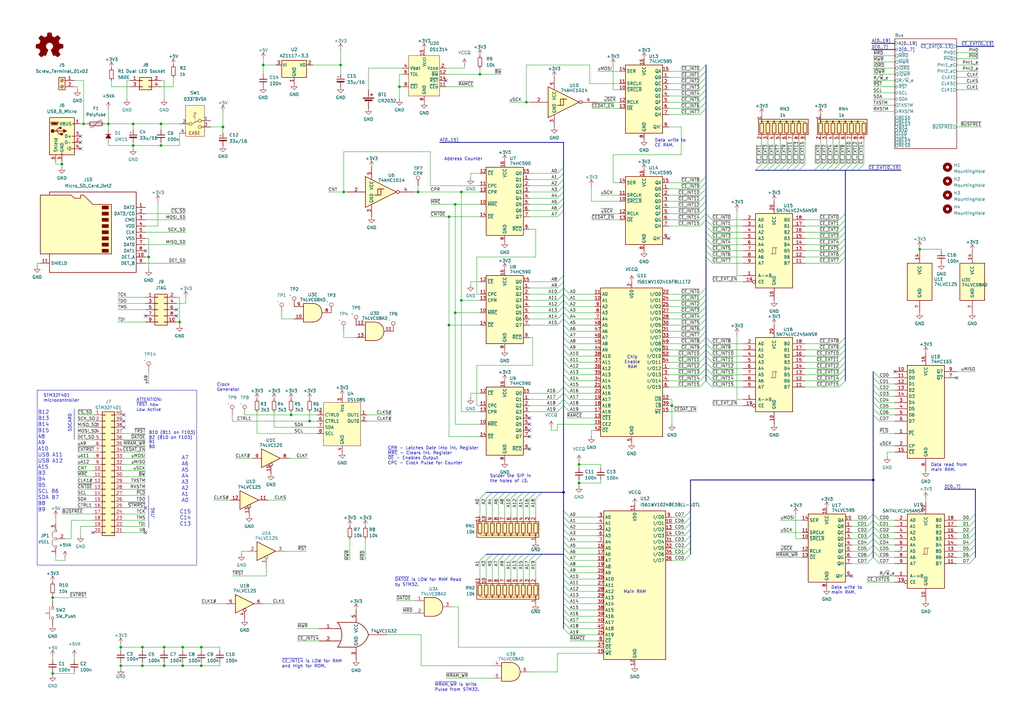
<source format=kicad_sch>
(kicad_sch (version 20231120) (generator "eeschema") (generator_version "8.0")
  (paper "A3")
  (title_block (title "Unicomp v3 - RAMROM Board") (date "2024-05-13") (rev "v1.0") (company "100% Offner") (comment 1 "v1.0: Initial"))
  (junction (at 25.4 67.31))
  (junction (at 184.15 133.35))
  (junction (at 186.69 83.82))
  (junction (at 73.66 132.08))
  (junction (at 189.23 123.19))
  (junction (at 67.31 273.05))
  (junction (at 237.49 198.12))
  (junction (at 74.93 273.05))
  (junction (at 275.59 166.37))
  (junction (at 54.61 50.8))
  (junction (at 231.14 201.93))
  (junction (at 82.55 265.43))
  (junction (at 44.45 50.8))
  (junction (at 49.53 265.43))
  (junction (at 215.9 41.91))
  (junction (at 67.31 265.43))
  (junction (at 21.59 245.11))
  (junction (at 377.19 102.235))
  (junction (at 107.95 26.67))
  (junction (at 139.7 26.67))
  (junction (at 127 172.72))
  (junction (at 140.97 78.74))
  (junction (at 163.83 35.56))
  (junction (at 54.61 59.69))
  (junction (at 82.55 273.05))
  (junction (at 58.42 265.43))
  (junction (at 358.14 196.85))
  (junction (at 171.45 78.74))
  (junction (at 66.04 50.8))
  (junction (at 119.38 170.18))
  (junction (at 49.53 273.05))
  (junction (at 34.29 50.8))
  (junction (at 21.59 276.225))
  (junction (at 189.23 78.74))
  (junction (at 58.42 273.05))
  (junction (at 186.69 128.27))
  (junction (at 60.96 105.41))
  (junction (at 74.93 265.43))
  (junction (at 66.04 59.69))
  (junction (at 184.15 88.9))
  (junction (at 237.49 190.5))
  (junction (at 91.44 52.07))
  (junction (at 196.85 30.48))
  (no_connect (at 50.8 172.72))
  (no_connect (at 33.02 55.88))
  (no_connect (at 182.88 33.02))
  (no_connect (at 50.8 175.26))
  (no_connect (at 72.39 129.54))
  (no_connect (at 33.02 58.42))
  (no_connect (at 217.17 184.15))
  (no_connect (at 59.69 129.54))
  (no_connect (at 217.17 171.45))
  (no_connect (at 274.32 97.79))
  (no_connect (at 367.03 152.4))
  (no_connect (at 217.17 173.99))
  (no_connect (at 392.43 154.94))
  (no_connect (at 217.17 179.07))
  (no_connect (at 217.17 176.53))
  (no_connect (at 349.25 236.22))
  (no_connect (at 50.8 170.18))
  (no_connect (at 33.02 60.96))
  (no_connect (at 72.39 127))
  (no_connect (at 38.1 218.44))
  (no_connect (at 59.69 208.28))
  (no_connect (at 59.69 102.87))
  (no_connect (at 59.69 218.44))
  (bus_entry (at 231.14 148.59) (size 2.54 2.54))
  (bus_entry (at 344.17 158.75) (size 2.54 -2.54))
  (bus_entry (at 287.02 36.83) (size 2.54 -2.54))
  (bus_entry (at 231.14 163.83) (size 2.54 2.54))
  (bus_entry (at 196.85 204.47) (size 2.54 -2.54))
  (bus_entry (at 344.17 95.25) (size 2.54 -2.54))
  (bus_entry (at 360.68 213.36) (size -2.54 -2.54))
  (bus_entry (at 219.71 229.87) (size 2.54 -2.54))
  (bus_entry (at 336.55 69.85) (size 2.54 -2.54))
  (bus_entry (at 214.63 204.47) (size 2.54 -2.54))
  (bus_entry (at 287.02 143.51) (size 2.54 -2.54))
  (bus_entry (at 355.6 213.36) (size 2.54 -2.54))
  (bus_entry (at 280.67 227.33) (size 2.54 -2.54))
  (bus_entry (at 309.88 69.85) (size 2.54 -2.54))
  (bus_entry (at 344.17 140.97) (size 2.54 -2.54))
  (bus_entry (at 287.02 44.45) (size 2.54 -2.54))
  (bus_entry (at 287.02 153.67) (size 2.54 -2.54))
  (bus_entry (at 231.14 214.63) (size 2.54 2.54))
  (bus_entry (at 287.02 39.37) (size 2.54 -2.54))
  (bus_entry (at 287.02 135.89) (size 2.54 -2.54))
  (bus_entry (at 287.02 151.13) (size 2.54 -2.54))
  (bus_entry (at 360.68 165.1) (size -2.54 -2.54))
  (bus_entry (at 397.51 220.98) (size 2.54 -2.54))
  (bus_entry (at 228.6 168.91) (size 2.54 -2.54))
  (bus_entry (at 228.6 86.36) (size 2.54 -2.54))
  (bus_entry (at 231.14 242.57) (size 2.54 2.54))
  (bus_entry (at 287.02 85.09) (size 2.54 -2.54))
  (bus_entry (at 231.14 212.09) (size 2.54 2.54))
  (bus_entry (at 280.67 222.25) (size 2.54 -2.54))
  (bus_entry (at 280.67 214.63) (size 2.54 -2.54))
  (bus_entry (at 360.68 231.14) (size -2.54 -2.54))
  (bus_entry (at 320.04 69.85) (size 2.54 -2.54))
  (bus_entry (at 322.58 69.85) (size 2.54 -2.54))
  (bus_entry (at 228.6 76.2) (size 2.54 -2.54))
  (bus_entry (at 199.39 204.47) (size 2.54 -2.54))
  (bus_entry (at 231.14 250.19) (size 2.54 2.54))
  (bus_entry (at 292.1 107.95) (size -2.54 -2.54))
  (bus_entry (at 287.02 74.93) (size 2.54 -2.54))
  (bus_entry (at 344.17 105.41) (size 2.54 -2.54))
  (bus_entry (at 231.14 143.51) (size 2.54 2.54))
  (bus_entry (at 228.6 115.57) (size 2.54 -2.54))
  (bus_entry (at 231.14 217.17) (size 2.54 2.54))
  (bus_entry (at 204.47 229.87) (size 2.54 -2.54))
  (bus_entry (at 287.02 82.55) (size 2.54 -2.54))
  (bus_entry (at 360.68 170.18) (size -2.54 -2.54))
  (bus_entry (at 217.17 229.87) (size 2.54 -2.54))
  (bus_entry (at 292.1 153.67) (size -2.54 -2.54))
  (bus_entry (at 280.67 229.87) (size 2.54 -2.54))
  (bus_entry (at 207.01 204.47) (size 2.54 -2.54))
  (bus_entry (at 231.14 151.13) (size 2.54 2.54))
  (bus_entry (at 292.1 95.25) (size -2.54 -2.54))
  (bus_entry (at 327.66 69.85) (size 2.54 -2.54))
  (bus_entry (at 228.6 130.81) (size 2.54 -2.54))
  (bus_entry (at 231.14 252.73) (size 2.54 2.54))
  (bus_entry (at 360.68 157.48) (size -2.54 -2.54))
  (bus_entry (at 334.01 69.85) (size 2.54 -2.54))
  (bus_entry (at 355.6 226.06) (size 2.54 -2.54))
  (bus_entry (at 231.14 255.27) (size 2.54 2.54))
  (bus_entry (at 397.51 231.14) (size 2.54 -2.54))
  (bus_entry (at 344.17 143.51) (size 2.54 -2.54))
  (bus_entry (at 287.02 125.73) (size 2.54 -2.54))
  (bus_entry (at 287.02 31.75) (size 2.54 -2.54))
  (bus_entry (at 212.09 204.47) (size 2.54 -2.54))
  (bus_entry (at 287.02 46.99) (size 2.54 -2.54))
  (bus_entry (at 355.6 231.14) (size 2.54 -2.54))
  (bus_entry (at 346.71 69.85) (size 2.54 -2.54))
  (bus_entry (at 360.68 226.06) (size -2.54 -2.54))
  (bus_entry (at 280.67 224.79) (size 2.54 -2.54))
  (bus_entry (at 228.6 125.73) (size 2.54 -2.54))
  (bus_entry (at 355.6 218.44) (size 2.54 -2.54))
  (bus_entry (at 287.02 90.17) (size 2.54 -2.54))
  (bus_entry (at 212.09 229.87) (size 2.54 -2.54))
  (bus_entry (at 355.6 220.98) (size 2.54 -2.54))
  (bus_entry (at 292.1 100.33) (size -2.54 -2.54))
  (bus_entry (at 397.51 226.06) (size 2.54 -2.54))
  (bus_entry (at 344.17 69.85) (size 2.54 -2.54))
  (bus_entry (at 231.14 118.11) (size 2.54 2.54))
  (bus_entry (at 231.14 219.71) (size 2.54 2.54))
  (bus_entry (at 231.14 237.49) (size 2.54 2.54))
  (bus_entry (at 228.6 118.11) (size 2.54 -2.54))
  (bus_entry (at 280.67 212.09) (size 2.54 -2.54))
  (bus_entry (at 351.79 69.85) (size 2.54 -2.54))
  (bus_entry (at 231.14 245.11) (size 2.54 2.54))
  (bus_entry (at 287.02 80.01) (size 2.54 -2.54))
  (bus_entry (at 231.14 224.79) (size 2.54 2.54))
  (bus_entry (at 287.02 77.47) (size 2.54 -2.54))
  (bus_entry (at 231.14 158.75) (size 2.54 2.54))
  (bus_entry (at 287.02 148.59) (size 2.54 -2.54))
  (bus_entry (at 217.17 204.47) (size 2.54 -2.54))
  (bus_entry (at 344.17 100.33) (size 2.54 -2.54))
  (bus_entry (at 228.6 88.9) (size 2.54 -2.54))
  (bus_entry (at 228.6 81.28) (size 2.54 -2.54))
  (bus_entry (at 280.67 219.71) (size 2.54 -2.54))
  (bus_entry (at 201.93 204.47) (size 2.54 -2.54))
  (bus_entry (at 344.17 107.95) (size 2.54 -2.54))
  (bus_entry (at 231.14 240.03) (size 2.54 2.54))
  (bus_entry (at 397.51 228.6) (size 2.54 -2.54))
  (bus_entry (at 287.02 120.65) (size 2.54 -2.54))
  (bus_entry (at 292.1 105.41) (size -2.54 -2.54))
  (bus_entry (at 360.68 167.64) (size -2.54 -2.54))
  (bus_entry (at 231.14 257.81) (size 2.54 2.54))
  (bus_entry (at 292.1 148.59) (size -2.54 -2.54))
  (bus_entry (at 231.14 153.67) (size 2.54 2.54))
  (bus_entry (at 292.1 156.21) (size -2.54 -2.54))
  (bus_entry (at 231.14 123.19) (size 2.54 2.54))
  (bus_entry (at 292.1 97.79) (size -2.54 -2.54))
  (bus_entry (at 325.12 69.85) (size 2.54 -2.54))
  (bus_entry (at 228.6 128.27) (size 2.54 -2.54))
  (bus_entry (at 231.14 222.25) (size 2.54 2.54))
  (bus_entry (at 355.6 223.52) (size 2.54 -2.54))
  (bus_entry (at 231.14 135.89) (size 2.54 2.54))
  (bus_entry (at 228.6 166.37) (size 2.54 -2.54))
  (bus_entry (at 231.14 227.33) (size 2.54 2.54))
  (bus_entry (at 360.68 162.56) (size -2.54 -2.54))
  (bus_entry (at 344.17 92.71) (size 2.54 -2.54))
  (bus_entry (at 344.17 97.79) (size 2.54 -2.54))
  (bus_entry (at 201.93 229.87) (size 2.54 -2.54))
  (bus_entry (at 397.51 215.9) (size 2.54 -2.54))
  (bus_entry (at 292.1 158.75) (size -2.54 -2.54))
  (bus_entry (at 339.09 69.85) (size 2.54 -2.54))
  (bus_entry (at 204.47 204.47) (size 2.54 -2.54))
  (bus_entry (at 209.55 204.47) (size 2.54 -2.54))
  (bus_entry (at 228.6 120.65) (size 2.54 -2.54))
  (bus_entry (at 207.01 229.87) (size 2.54 -2.54))
  (bus_entry (at 360.68 220.98) (size -2.54 -2.54))
  (bus_entry (at 349.25 69.85) (size 2.54 -2.54))
  (bus_entry (at 360.68 215.9) (size -2.54 -2.54))
  (bus_entry (at 228.6 78.74) (size 2.54 -2.54))
  (bus_entry (at 292.1 92.71) (size -2.54 -2.54))
  (bus_entry (at 231.14 166.37) (size 2.54 2.54))
  (bus_entry (at 344.17 146.05) (size 2.54 -2.54))
  (bus_entry (at 355.6 215.9) (size 2.54 -2.54))
  (bus_entry (at 228.6 161.29) (size 2.54 -2.54))
  (bus_entry (at 397.51 213.36) (size 2.54 -2.54))
  (bus_entry (at 344.17 90.17) (size 2.54 -2.54))
  (bus_entry (at 287.02 156.21) (size 2.54 -2.54))
  (bus_entry (at 280.67 217.17) (size 2.54 -2.54))
  (bus_entry (at 292.1 90.17) (size -2.54 -2.54))
  (bus_entry (at 231.14 146.05) (size 2.54 2.54))
  (bus_entry (at 360.68 172.72) (size -2.54 -2.54))
  (bus_entry (at 287.02 123.19) (size 2.54 -2.54))
  (bus_entry (at 287.02 138.43) (size 2.54 -2.54))
  (bus_entry (at 287.02 41.91) (size 2.54 -2.54))
  (bus_entry (at 292.1 102.87) (size -2.54 -2.54))
  (bus_entry (at 231.14 130.81) (size 2.54 2.54))
  (bus_entry (at 219.71 204.47) (size 2.54 -2.54))
  (bus_entry (at 231.14 161.29) (size 2.54 2.54))
  (bus_entry (at 231.14 229.87) (size 2.54 2.54))
  (bus_entry (at 360.68 154.94) (size -2.54 -2.54))
  (bus_entry (at 231.14 120.65) (size 2.54 2.54))
  (bus_entry (at 341.63 69.85) (size 2.54 -2.54))
  (bus_entry (at 312.42 69.85) (size 2.54 -2.54))
  (bus_entry (at 287.02 87.63) (size 2.54 -2.54))
  (bus_entry (at 287.02 146.05) (size 2.54 -2.54))
  (bus_entry (at 231.14 128.27) (size 2.54 2.54))
  (bus_entry (at 231.14 209.55) (size 2.54 2.54))
  (bus_entry (at 360.68 160.02) (size -2.54 -2.54))
  (bus_entry (at 287.02 92.71) (size 2.54 -2.54))
  (bus_entry (at 228.6 73.66) (size 2.54 -2.54))
  (bus_entry (at 360.68 218.44) (size -2.54 -2.54))
  (bus_entry (at 355.6 228.6) (size 2.54 -2.54))
  (bus_entry (at 231.14 234.95) (size 2.54 2.54))
  (bus_entry (at 199.39 229.87) (size 2.54 -2.54))
  (bus_entry (at 360.68 228.6) (size -2.54 -2.54))
  (bus_entry (at 214.63 229.87) (size 2.54 -2.54))
  (bus_entry (at 287.02 140.97) (size 2.54 -2.54))
  (bus_entry (at 228.6 71.12) (size 2.54 -2.54))
  (bus_entry (at 344.17 151.13) (size 2.54 -2.54))
  (bus_entry (at 209.55 229.87) (size 2.54 -2.54))
  (bus_entry (at 292.1 151.13) (size -2.54 -2.54))
  (bus_entry (at 231.14 232.41) (size 2.54 2.54))
  (bus_entry (at 317.5 69.85) (size 2.54 -2.54))
  (bus_entry (at 292.1 140.97) (size -2.54 -2.54))
  (bus_entry (at 397.51 223.52) (size 2.54 -2.54))
  (bus_entry (at 231.14 247.65) (size 2.54 2.54))
  (bus_entry (at 231.14 140.97) (size 2.54 2.54))
  (bus_entry (at 287.02 34.29) (size 2.54 -2.54))
  (bus_entry (at 287.02 29.21) (size 2.54 -2.54))
  (bus_entry (at 344.17 148.59) (size 2.54 -2.54))
  (bus_entry (at 292.1 146.05) (size -2.54 -2.54))
  (bus_entry (at 344.17 153.67) (size 2.54 -2.54))
  (bus_entry (at 228.6 133.35) (size 2.54 -2.54))
  (bus_entry (at 397.51 218.44) (size 2.54 -2.54))
  (bus_entry (at 287.02 130.81) (size 2.54 -2.54))
  (bus_entry (at 344.17 156.21) (size 2.54 -2.54))
  (bus_entry (at 228.6 83.82) (size 2.54 -2.54))
  (bus_entry (at 196.85 229.87) (size 2.54 -2.54))
  (bus_entry (at 292.1 143.51) (size -2.54 -2.54))
  (bus_entry (at 228.6 123.19) (size 2.54 -2.54))
  (bus_entry (at 360.68 223.52) (size -2.54 -2.54))
  (bus_entry (at 231.14 133.35) (size 2.54 2.54))
  (bus_entry (at 344.17 102.87) (size 2.54 -2.54))
  (bus_entry (at 228.6 163.83) (size 2.54 -2.54))
  (bus_entry (at 231.14 125.73) (size 2.54 2.54))
  (bus_entry (at 287.02 128.27) (size 2.54 -2.54))
  (bus_entry (at 231.14 138.43) (size 2.54 2.54))
  (bus_entry (at 231.14 156.21) (size 2.54 2.54))
  (bus_entry (at 287.02 133.35) (size 2.54 -2.54))
  (bus_entry (at 314.96 69.85) (size 2.54 -2.54))
  (bus_entry (at 287.02 158.75) (size 2.54 -2.54))
  (bus (pts (xy 231.14 158.75) (xy 231.14 161.29)))
  (wire (pts (xy 287.02 146.05) (xy 274.32 146.05)))
  (wire (pts (xy 199.39 229.87) (xy 199.39 237.49)))
  (bus (pts (xy 289.56 80.01) (xy 289.56 82.55)))
  (wire (pts (xy 237.49 189.23) (xy 237.49 190.5)))
  (wire (pts (xy 196.85 120.65) (xy 195.58 120.65)))
  (bus (pts (xy 204.47 227.33) (xy 207.01 227.33)))
  (wire (pts (xy 73.66 121.92) (xy 73.66 132.08)))
  (wire (pts (xy 397.51 218.44) (xy 392.43 218.44)))
  (wire (pts (xy 330.2 153.67) (xy 344.17 153.67)))
  (wire (pts (xy 60.96 97.79) (xy 59.69 97.79)))
  (wire (pts (xy 196.85 123.19) (xy 189.23 123.19)))
  (wire (pts (xy 172.72 273.05) (xy 172.72 260.35)))
  (wire (pts (xy 367.03 172.72) (xy 360.68 172.72)))
  (wire (pts (xy 64.77 82.55) (xy 64.77 92.71)))
  (wire (pts (xy 140.97 135.89) (xy 140.97 138.43)))
  (bus (pts (xy 351.79 69.85) (xy 369.57 69.85)))
  (bus (pts (xy 289.56 41.91) (xy 289.56 44.45)))
  (wire (pts (xy 186.69 83.82) (xy 196.85 83.82)))
  (wire (pts (xy 29.21 213.36) (xy 38.1 213.36)))
  (wire (pts (xy 287.02 90.17) (xy 274.32 90.17)))
  (wire (pts (xy 215.9 26.67) (xy 215.9 41.91)))
  (wire (pts (xy 49.53 264.16) (xy 49.53 265.43)))
  (wire (pts (xy 358.14 38.1) (xy 367.03 38.1)))
  (wire (pts (xy 209.55 204.47) (xy 209.55 212.09)))
  (bus (pts (xy 400.05 210.82) (xy 400.05 200.66)))
  (wire (pts (xy 53.34 33.02) (xy 52.07 33.02)))
  (wire (pts (xy 330.2 148.59) (xy 344.17 148.59)))
  (wire (pts (xy 49.53 273.05) (xy 58.42 273.05)))
  (wire (pts (xy 201.93 229.87) (xy 201.93 237.49)))
  (wire (pts (xy 358.14 30.48) (xy 367.03 30.48)))
  (wire (pts (xy 233.68 232.41) (xy 245.11 232.41)))
  (wire (pts (xy 330.2 158.75) (xy 344.17 158.75)))
  (wire (pts (xy 275.59 166.37) (xy 275.59 173.99)))
  (wire (pts (xy 74.93 265.43) (xy 74.93 266.7)))
  (wire (pts (xy 112.395 175.26) (xy 112.395 168.91)))
  (wire (pts (xy 241.935 34.29) (xy 254 34.29)))
  (wire (pts (xy 287.02 44.45) (xy 274.32 44.45)))
  (wire (pts (xy 182.88 27.94) (xy 190.5 27.94)))
  (wire (pts (xy 15.24 107.95) (xy 16.51 107.95)))
  (wire (pts (xy 367.03 160.02) (xy 360.68 160.02)))
  (wire (pts (xy 346.71 57.15) (xy 346.71 67.31)))
  (wire (pts (xy 233.68 245.11) (xy 245.11 245.11)))
  (wire (pts (xy 279.4 52.07) (xy 274.32 52.07)))
  (bus (pts (xy 231.14 135.89) (xy 231.14 138.43)))
  (bus (pts (xy 325.12 69.85) (xy 327.66 69.85)))
  (wire (pts (xy 314.96 57.15) (xy 314.96 67.31)))
  (wire (pts (xy 358.14 40.64) (xy 367.03 40.64)))
  (bus (pts (xy 214.63 201.93) (xy 217.17 201.93)))
  (wire (pts (xy 363.855 185.42) (xy 363.855 187.325)))
  (wire (pts (xy 330.2 143.51) (xy 344.17 143.51)))
  (wire (pts (xy 219.71 105.41) (xy 219.71 93.98)))
  (wire (pts (xy 31.75 205.74) (xy 38.1 205.74)))
  (wire (pts (xy 233.68 242.57) (xy 245.11 242.57)))
  (wire (pts (xy 287.02 138.43) (xy 274.32 138.43)))
  (bus (pts (xy 400.05 215.9) (xy 400.05 213.36)))
  (bus (pts (xy 283.21 217.17) (xy 283.21 214.63)))
  (wire (pts (xy 397.51 223.52) (xy 392.43 223.52)))
  (wire (pts (xy 217.17 128.27) (xy 228.6 128.27)))
  (wire (pts (xy 275.59 224.79) (xy 280.67 224.79)))
  (bus (pts (xy 217.17 201.93) (xy 219.71 201.93)))
  (wire (pts (xy 275.59 222.25) (xy 280.67 222.25)))
  (wire (pts (xy 52.07 33.02) (xy 52.07 40.64)))
  (wire (pts (xy 392.43 36.83) (xy 401.32 36.83)))
  (wire (pts (xy 74.93 273.05) (xy 74.93 271.78)))
  (wire (pts (xy 44.45 44.45) (xy 44.45 50.8)))
  (bus (pts (xy 231.14 153.67) (xy 231.14 156.21)))
  (wire (pts (xy 31.75 208.28) (xy 38.1 208.28)))
  (bus (pts (xy 231.14 120.65) (xy 231.14 123.19)))
  (wire (pts (xy 54.61 50.8) (xy 66.04 50.8)))
  (bus (pts (xy 346.71 100.33) (xy 346.71 102.87)))
  (bus (pts (xy 231.14 156.21) (xy 231.14 158.75)))
  (bus (pts (xy 231.14 71.12) (xy 231.14 73.66)))
  (wire (pts (xy 233.68 262.89) (xy 245.11 262.89)))
  (bus (pts (xy 289.56 105.41) (xy 289.56 118.11)))
  (wire (pts (xy 21.59 245.11) (xy 35.56 245.11)))
  (wire (pts (xy 165.1 251.46) (xy 170.18 251.46)))
  (bus (pts (xy 358.14 167.64) (xy 358.14 170.18)))
  (wire (pts (xy 184.15 88.9) (xy 184.15 133.35)))
  (bus (pts (xy 346.71 90.17) (xy 346.71 92.71)))
  (wire (pts (xy 217.17 81.28) (xy 228.6 81.28)))
  (wire (pts (xy 233.68 123.19) (xy 243.84 123.19)))
  (wire (pts (xy 228.6 173.99) (xy 228.6 176.53)))
  (wire (pts (xy 367.03 220.98) (xy 360.68 220.98)))
  (bus (pts (xy 219.71 201.93) (xy 222.25 201.93)))
  (wire (pts (xy 150.495 170.18) (xy 160.655 170.18)))
  (wire (pts (xy 274.32 163.83) (xy 275.59 163.83)))
  (bus (pts (xy 283.21 209.55) (xy 283.21 196.85)))
  (wire (pts (xy 193.04 161.29) (xy 196.85 161.29)))
  (wire (pts (xy 320.04 213.36) (xy 328.93 213.36)))
  (wire (pts (xy 103.505 187.96) (xy 96.52 187.96)))
  (wire (pts (xy 233.68 166.37) (xy 243.84 166.37)))
  (wire (pts (xy 15.24 109.22) (xy 15.24 107.95)))
  (bus (pts (xy 289.56 130.81) (xy 289.56 133.35)))
  (wire (pts (xy 312.42 57.15) (xy 312.42 67.31)))
  (wire (pts (xy 367.03 238.76) (xy 355.6 238.76)))
  (bus (pts (xy 358.14 152.4) (xy 358.14 154.94)))
  (wire (pts (xy 50.8 210.82) (xy 59.69 210.82)))
  (wire (pts (xy 237.49 199.39) (xy 237.49 198.12)))
  (wire (pts (xy 21.59 276.86) (xy 21.59 276.225)))
  (wire (pts (xy 304.8 163.83) (xy 302.26 163.83)))
  (wire (pts (xy 48.26 127) (xy 59.69 127)))
  (bus (pts (xy 231.14 237.49) (xy 231.14 234.95)))
  (wire (pts (xy 217.17 163.83) (xy 228.6 163.83)))
  (wire (pts (xy 21.59 276.225) (xy 30.48 276.225)))
  (wire (pts (xy 140.97 62.23) (xy 140.97 78.74)))
  (wire (pts (xy 26.67 220.98) (xy 29.21 220.98)))
  (wire (pts (xy 33.02 215.9) (xy 33.02 219.71)))
  (wire (pts (xy 228.6 267.97) (xy 245.11 267.97)))
  (wire (pts (xy 330.2 90.17) (xy 344.17 90.17)))
  (bus (pts (xy 387.35 200.66) (xy 400.05 200.66)))
  (wire (pts (xy 233.68 153.67) (xy 243.84 153.67)))
  (wire (pts (xy 367.03 162.56) (xy 360.68 162.56)))
  (wire (pts (xy 292.1 102.87) (xy 304.8 102.87)))
  (wire (pts (xy 49.53 265.43) (xy 58.42 265.43)))
  (wire (pts (xy 287.02 29.21) (xy 274.32 29.21)))
  (wire (pts (xy 367.03 231.14) (xy 360.68 231.14)))
  (wire (pts (xy 287.02 39.37) (xy 274.32 39.37)))
  (wire (pts (xy 115.57 128.27) (xy 115.57 130.81)))
  (bus (pts (xy 231.14 140.97) (xy 231.14 143.51)))
  (wire (pts (xy 330.2 92.71) (xy 344.17 92.71)))
  (wire (pts (xy 233.68 148.59) (xy 243.84 148.59)))
  (wire (pts (xy 31.75 200.66) (xy 38.1 200.66)))
  (wire (pts (xy 275.59 214.63) (xy 280.67 214.63)))
  (wire (pts (xy 66.04 33.02) (xy 67.31 33.02)))
  (wire (pts (xy 292.1 156.21) (xy 304.8 156.21)))
  (wire (pts (xy 274.32 166.37) (xy 275.59 166.37)))
  (wire (pts (xy 176.53 62.23) (xy 140.97 62.23)))
  (wire (pts (xy 241.935 26.67) (xy 241.935 34.29)))
  (wire (pts (xy 233.68 138.43) (xy 243.84 138.43)))
  (wire (pts (xy 367.03 218.44) (xy 360.68 218.44)))
  (wire (pts (xy 217.17 125.73) (xy 228.6 125.73)))
  (bus (pts (xy 289.56 31.75) (xy 289.56 34.29)))
  (bus (pts (xy 231.14 245.11) (xy 231.14 242.57)))
  (wire (pts (xy 217.17 275.59) (xy 228.6 275.59)))
  (wire (pts (xy 275.59 163.83) (xy 275.59 166.37)))
  (wire (pts (xy 165.1 35.56) (xy 163.83 35.56)))
  (wire (pts (xy 25.4 67.31) (xy 22.86 67.31)))
  (wire (pts (xy 330.2 100.33) (xy 344.17 100.33)))
  (wire (pts (xy 59.69 90.17) (xy 76.2 90.17)))
  (bus (pts (xy 349.25 69.85) (xy 351.79 69.85)))
  (wire (pts (xy 34.29 33.02) (xy 34.29 50.8)))
  (bus (pts (xy 231.14 240.03) (xy 231.14 237.49)))
  (wire (pts (xy 233.68 143.51) (xy 243.84 143.51)))
  (bus (pts (xy 289.56 123.19) (xy 289.56 125.73)))
  (wire (pts (xy 45.72 35.56) (xy 45.72 33.02)))
  (wire (pts (xy 30.48 35.56) (xy 31.75 35.56)))
  (wire (pts (xy 287.02 125.73) (xy 274.32 125.73)))
  (wire (pts (xy 58.42 273.05) (xy 67.31 273.05)))
  (wire (pts (xy 22.86 229.87) (xy 22.86 227.33)))
  (wire (pts (xy 233.68 125.73) (xy 243.84 125.73)))
  (wire (pts (xy 242.57 90.17) (xy 254 90.17)))
  (wire (pts (xy 226.06 176.53) (xy 226.06 175.26)))
  (wire (pts (xy 367.03 167.64) (xy 360.68 167.64)))
  (bus (pts (xy 231.14 76.2) (xy 231.14 78.74)))
  (wire (pts (xy 233.68 219.71) (xy 245.11 219.71)))
  (wire (pts (xy 287.02 34.29) (xy 274.32 34.29)))
  (wire (pts (xy 212.09 229.87) (xy 212.09 237.49)))
  (wire (pts (xy 193.04 71.12) (xy 196.85 71.12)))
  (bus (pts (xy 327.66 69.85) (xy 334.01 69.85)))
  (bus (pts (xy 283.21 219.71) (xy 283.21 217.17)))
  (wire (pts (xy 302.26 86.36) (xy 302.26 113.03)))
  (wire (pts (xy 217.17 123.19) (xy 228.6 123.19)))
  (wire (pts (xy 358.14 45.72) (xy 367.03 45.72)))
  (wire (pts (xy 349.25 220.98) (xy 355.6 220.98)))
  (wire (pts (xy 119.38 168.91) (xy 119.38 170.18)))
  (wire (pts (xy 50.8 193.04) (xy 59.69 193.04)))
  (wire (pts (xy 44.45 59.69) (xy 54.61 59.69)))
  (wire (pts (xy 349.25 57.15) (xy 349.25 67.31)))
  (wire (pts (xy 208.915 41.91) (xy 215.9 41.91)))
  (wire (pts (xy 287.02 31.75) (xy 274.32 31.75)))
  (wire (pts (xy 341.63 57.15) (xy 341.63 67.31)))
  (wire (pts (xy 233.68 161.29) (xy 243.84 161.29)))
  (bus (pts (xy 231.14 242.57) (xy 231.14 240.03)))
  (wire (pts (xy 233.68 227.33) (xy 245.11 227.33)))
  (wire (pts (xy 217.17 76.2) (xy 228.6 76.2)))
  (wire (pts (xy 90.17 273.05) (xy 90.17 271.78)))
  (wire (pts (xy 232.41 171.45) (xy 243.84 171.45)))
  (wire (pts (xy 322.58 57.15) (xy 322.58 67.31)))
  (wire (pts (xy 233.68 212.09) (xy 245.11 212.09)))
  (wire (pts (xy 31.75 187.96) (xy 38.1 187.96)))
  (wire (pts (xy 354.33 57.15) (xy 354.33 67.31)))
  (wire (pts (xy 99.06 226.06) (xy 101.6 226.06)))
  (wire (pts (xy 182.88 278.13) (xy 201.93 278.13)))
  (wire (pts (xy 50.8 198.12) (xy 59.69 198.12)))
  (bus (pts (xy 358.14 196.85) (xy 358.14 210.82)))
  (bus (pts (xy 231.14 118.11) (xy 231.14 120.65)))
  (bus (pts (xy 289.56 153.67) (xy 289.56 156.21)))
  (wire (pts (xy 217.17 161.29) (xy 228.6 161.29)))
  (bus (pts (xy 231.14 219.71) (xy 231.14 217.17)))
  (wire (pts (xy 107.95 26.67) (xy 107.95 30.48)))
  (bus (pts (xy 231.14 227.33) (xy 231.14 224.79)))
  (wire (pts (xy 242.57 176.53) (xy 242.57 179.07)))
  (wire (pts (xy 60.96 152.4) (xy 60.96 157.48)))
  (wire (pts (xy 349.25 223.52) (xy 355.6 223.52)))
  (bus (pts (xy 346.71 151.13) (xy 346.71 153.67)))
  (wire (pts (xy 134.62 78.74) (xy 140.97 78.74)))
  (bus (pts (xy 358.14 165.1) (xy 358.14 167.64)))
  (wire (pts (xy 59.69 87.63) (xy 76.2 87.63)))
  (wire (pts (xy 44.45 58.42) (xy 44.45 59.69)))
  (wire (pts (xy 50.8 185.42) (xy 59.69 185.42)))
  (wire (pts (xy 31.75 180.34) (xy 38.1 180.34)))
  (bus (pts (xy 231.14 255.27) (xy 231.14 257.81)))
  (bus (pts (xy 358.14 218.44) (xy 358.14 220.98)))
  (bus (pts (xy 358.14 154.94) (xy 358.14 157.48)))
  (wire (pts (xy 176.53 76.2) (xy 196.85 76.2)))
  (wire (pts (xy 275.59 219.71) (xy 280.67 219.71)))
  (bus (pts (xy 180.34 58.42) (xy 231.14 58.42)))
  (wire (pts (xy 330.2 57.15) (xy 330.2 67.31)))
  (wire (pts (xy 287.02 36.83) (xy 274.32 36.83)))
  (wire (pts (xy 195.58 105.41) (xy 219.71 105.41)))
  (wire (pts (xy 29.21 220.98) (xy 29.21 213.36)))
  (bus (pts (xy 346.71 92.71) (xy 346.71 95.25)))
  (wire (pts (xy 287.02 156.21) (xy 274.32 156.21)))
  (wire (pts (xy 287.02 74.93) (xy 274.32 74.93)))
  (wire (pts (xy 292.1 166.37) (xy 304.8 166.37)))
  (wire (pts (xy 367.03 215.9) (xy 360.68 215.9)))
  (wire (pts (xy 189.23 78.74) (xy 196.85 78.74)))
  (wire (pts (xy 82.55 273.05) (xy 90.17 273.05)))
  (bus (pts (xy 231.14 130.81) (xy 231.14 133.35)))
  (bus (pts (xy 289.56 120.65) (xy 289.56 123.19)))
  (wire (pts (xy 233.68 128.27) (xy 243.84 128.27)))
  (bus (pts (xy 283.21 212.09) (xy 283.21 209.55)))
  (wire (pts (xy 219.71 229.87) (xy 219.71 237.49)))
  (bus (pts (xy 400.05 218.44) (xy 400.05 215.9)))
  (wire (pts (xy 25.4 68.58) (xy 25.4 67.31)))
  (wire (pts (xy 320.04 226.06) (xy 328.93 226.06)))
  (wire (pts (xy 199.39 204.47) (xy 199.39 212.09)))
  (bus (pts (xy 289.56 151.13) (xy 289.56 153.67)))
  (wire (pts (xy 196.85 229.87) (xy 196.85 237.49)))
  (wire (pts (xy 189.23 78.74) (xy 189.23 123.19)))
  (wire (pts (xy 82.55 265.43) (xy 90.17 265.43)))
  (wire (pts (xy 26.67 228.6) (xy 26.67 229.87)))
  (wire (pts (xy 292.1 151.13) (xy 304.8 151.13)))
  (wire (pts (xy 176.53 76.2) (xy 176.53 62.23)))
  (wire (pts (xy 82.55 273.05) (xy 82.55 271.78)))
  (wire (pts (xy 397.51 231.14) (xy 392.43 231.14)))
  (bus (pts (xy 231.14 115.57) (xy 231.14 118.11)))
  (wire (pts (xy 48.26 121.92) (xy 59.69 121.92)))
  (wire (pts (xy 392.43 29.21) (xy 401.32 29.21)))
  (wire (pts (xy 33.02 50.8) (xy 34.29 50.8)))
  (wire (pts (xy 292.1 105.41) (xy 304.8 105.41)))
  (wire (pts (xy 116.84 226.06) (xy 125.73 226.06)))
  (wire (pts (xy 233.68 224.79) (xy 245.11 224.79)))
  (bus (pts (xy 222.25 201.93) (xy 231.14 201.93)))
  (wire (pts (xy 209.55 229.87) (xy 209.55 237.49)))
  (wire (pts (xy 50.8 180.34) (xy 59.69 180.34)))
  (bus (pts (xy 320.04 69.85) (xy 322.58 69.85)))
  (wire (pts (xy 50.8 187.96) (xy 59.69 187.96)))
  (wire (pts (xy 336.55 57.15) (xy 336.55 67.31)))
  (wire (pts (xy 127 168.91) (xy 127 172.72)))
  (wire (pts (xy 204.47 204.47) (xy 204.47 212.09)))
  (wire (pts (xy 165.1 30.48) (xy 163.83 30.48)))
  (bus (pts (xy 289.56 143.51) (xy 289.56 146.05)))
  (wire (pts (xy 233.68 240.03) (xy 245.11 240.03)))
  (wire (pts (xy 233.68 260.35) (xy 245.11 260.35)))
  (wire (pts (xy 196.85 166.37) (xy 195.58 166.37)))
  (wire (pts (xy 292.1 100.33) (xy 304.8 100.33)))
  (wire (pts (xy 325.12 57.15) (xy 325.12 67.31)))
  (bus (pts (xy 289.56 138.43) (xy 289.56 140.97)))
  (wire (pts (xy 195.58 120.65) (xy 195.58 105.41)))
  (wire (pts (xy 351.79 57.15) (xy 351.79 67.31)))
  (bus (pts (xy 289.56 87.63) (xy 289.56 90.17)))
  (bus (pts (xy 400.05 228.6) (xy 400.05 226.06)))
  (wire (pts (xy 127 172.72) (xy 130.175 172.72)))
  (bus (pts (xy 212.09 227.33) (xy 214.63 227.33)))
  (bus (pts (xy 231.14 68.58) (xy 231.14 58.42)))
  (bus (pts (xy 289.56 146.05) (xy 289.56 148.59)))
  (wire (pts (xy 217.17 229.87) (xy 217.17 237.49)))
  (bus (pts (xy 289.56 34.29) (xy 289.56 36.83)))
  (wire (pts (xy 50.8 218.44) (xy 59.69 218.44)))
  (wire (pts (xy 99.06 227.33) (xy 99.06 226.06)))
  (bus (pts (xy 231.14 151.13) (xy 231.14 153.67)))
  (wire (pts (xy 287.02 46.99) (xy 274.32 46.99)))
  (bus (pts (xy 289.56 135.89) (xy 289.56 138.43)))
  (wire (pts (xy 242.57 176.53) (xy 243.84 176.53)))
  (bus (pts (xy 289.56 29.21) (xy 289.56 31.75)))
  (wire (pts (xy 287.02 140.97) (xy 274.32 140.97)))
  (wire (pts (xy 275.59 227.33) (xy 280.67 227.33)))
  (wire (pts (xy 151.13 27.94) (xy 165.1 27.94)))
  (bus (pts (xy 231.14 138.43) (xy 231.14 140.97)))
  (bus (pts (xy 346.71 146.05) (xy 346.71 148.59)))
  (bus (pts (xy 222.25 227.33) (xy 231.14 227.33)))
  (wire (pts (xy 233.68 252.73) (xy 245.11 252.73)))
  (wire (pts (xy 35.56 50.8) (xy 34.29 50.8)))
  (bus (pts (xy 400.05 223.52) (xy 400.05 220.98)))
  (wire (pts (xy 118.745 187.96) (xy 126.365 187.96)))
  (bus (pts (xy 289.56 92.71) (xy 289.56 95.25)))
  (wire (pts (xy 217.17 41.91) (xy 215.9 41.91)))
  (wire (pts (xy 292.1 97.79) (xy 304.8 97.79)))
  (wire (pts (xy 121.92 262.89) (xy 130.81 262.89)))
  (wire (pts (xy 217.17 93.98) (xy 219.71 93.98)))
  (wire (pts (xy 53.34 35.56) (xy 45.72 35.56)))
  (wire (pts (xy 360.68 182.88) (xy 367.03 182.88)))
  (bus (pts (xy 231.14 81.28) (xy 231.14 83.82)))
  (wire (pts (xy 233.68 217.17) (xy 245.11 217.17)))
  (wire (pts (xy 279.4 63.5) (xy 279.4 52.07)))
  (bus (pts (xy 358.14 170.18) (xy 358.14 196.85)))
  (wire (pts (xy 233.68 146.05) (xy 243.84 146.05)))
  (wire (pts (xy 31.75 190.5) (xy 38.1 190.5)))
  (wire (pts (xy 358.14 33.02) (xy 367.03 33.02)))
  (wire (pts (xy 233.68 140.97) (xy 243.84 140.97)))
  (wire (pts (xy 228.6 176.53) (xy 226.06 176.53)))
  (wire (pts (xy 31.75 175.26) (xy 38.1 175.26)))
  (wire (pts (xy 285.75 168.91) (xy 274.32 168.91)))
  (bus (pts (xy 358.14 226.06) (xy 358.14 228.6)))
  (wire (pts (xy 217.17 115.57) (xy 228.6 115.57)))
  (bus (pts (xy 199.39 201.93) (xy 201.93 201.93)))
  (bus (pts (xy 231.14 78.74) (xy 231.14 81.28)))
  (wire (pts (xy 317.5 57.15) (xy 317.5 67.31)))
  (wire (pts (xy 275.59 229.87) (xy 280.67 229.87)))
  (wire (pts (xy 214.63 204.47) (xy 214.63 212.09)))
  (bus (pts (xy 344.17 69.85) (xy 346.71 69.85)))
  (wire (pts (xy 87.63 205.105) (xy 94.615 205.105)))
  (wire (pts (xy 72.39 124.46) (xy 76.2 124.46)))
  (bus (pts (xy 209.55 201.93) (xy 212.09 201.93)))
  (wire (pts (xy 196.85 128.27) (xy 186.69 128.27)))
  (wire (pts (xy 242.57 44.45) (xy 254 44.45)))
  (wire (pts (xy 392.43 34.29) (xy 401.32 34.29)))
  (wire (pts (xy 58.42 273.05) (xy 58.42 271.78)))
  (wire (pts (xy 50.8 208.28) (xy 59.69 208.28)))
  (wire (pts (xy 287.02 85.09) (xy 274.32 85.09)))
  (bus (pts (xy 367.03 17.78) (xy 357.505 17.78)))
  (bus (pts (xy 231.14 224.79) (xy 231.14 222.25)))
  (wire (pts (xy 31.75 193.04) (xy 38.1 193.04)))
  (wire (pts (xy 217.17 204.47) (xy 217.17 212.09)))
  (wire (pts (xy 330.2 151.13) (xy 344.17 151.13)))
  (wire (pts (xy 50.8 182.88) (xy 59.69 182.88)))
  (wire (pts (xy 302.26 137.16) (xy 302.26 163.83)))
  (wire (pts (xy 67.31 273.05) (xy 74.93 273.05)))
  (bus (pts (xy 231.14 201.93) (xy 231.14 209.55)))
  (wire (pts (xy 196.85 173.99) (xy 186.69 173.99)))
  (wire (pts (xy 176.53 83.82) (xy 186.69 83.82)))
  (wire (pts (xy 233.68 247.65) (xy 245.11 247.65)))
  (wire (pts (xy 31.75 182.88) (xy 38.1 182.88)))
  (wire (pts (xy 66.04 50.8) (xy 66.04 53.34)))
  (wire (pts (xy 217.17 71.12) (xy 228.6 71.12)))
  (wire (pts (xy 31.75 195.58) (xy 38.1 195.58)))
  (wire (pts (xy 397.51 228.6) (xy 392.43 228.6)))
  (wire (pts (xy 233.68 156.21) (xy 243.84 156.21)))
  (wire (pts (xy 187.96 265.43) (xy 187.96 248.92)))
  (wire (pts (xy 82.55 265.43) (xy 82.55 266.7)))
  (bus (pts (xy 346.71 69.85) (xy 349.25 69.85)))
  (bus (pts (xy 289.56 148.59) (xy 289.56 151.13)))
  (wire (pts (xy 107.95 247.65) (xy 116.84 247.65)))
  (bus (pts (xy 358.14 215.9) (xy 358.14 218.44)))
  (wire (pts (xy 287.02 82.55) (xy 274.32 82.55)))
  (bus (pts (xy 289.56 128.27) (xy 289.56 130.81)))
  (wire (pts (xy 31.75 198.12) (xy 38.1 198.12)))
  (wire (pts (xy 207.01 229.87) (xy 207.01 237.49)))
  (wire (pts (xy 82.55 247.65) (xy 92.71 247.65)))
  (wire (pts (xy 107.95 26.67) (xy 113.03 26.67)))
  (bus (pts (xy 214.63 227.33) (xy 217.17 227.33)))
  (wire (pts (xy 150.495 172.72) (xy 160.655 172.72)))
  (bus (pts (xy 346.71 143.51) (xy 346.71 146.05)))
  (bus (pts (xy 334.01 69.85) (xy 336.55 69.85)))
  (wire (pts (xy 237.49 190.5) (xy 246.38 190.5)))
  (wire (pts (xy 196.85 115.57) (xy 193.04 115.57)))
  (wire (pts (xy 217.17 118.11) (xy 228.6 118.11)))
  (wire (pts (xy 50.8 203.2) (xy 59.69 203.2)))
  (bus (pts (xy 217.17 227.33) (xy 219.71 227.33)))
  (bus (pts (xy 199.39 227.33) (xy 201.93 227.33)))
  (wire (pts (xy 54.61 58.42) (xy 54.61 59.69)))
  (bus (pts (xy 346.71 102.87) (xy 346.71 105.41)))
  (wire (pts (xy 60.96 105.41) (xy 59.69 105.41)))
  (wire (pts (xy 49.53 273.05) (xy 49.53 274.32)))
  (wire (pts (xy 25.4 210.82) (xy 38.1 210.82)))
  (wire (pts (xy 233.68 234.95) (xy 245.11 234.95)))
  (wire (pts (xy 397.51 215.9) (xy 392.43 215.9)))
  (wire (pts (xy 121.92 257.81) (xy 130.81 257.81)))
  (wire (pts (xy 31.75 170.18) (xy 38.1 170.18)))
  (bus (pts (xy 346.71 95.25) (xy 346.71 97.79)))
  (bus (pts (xy 231.14 247.65) (xy 231.14 245.11)))
  (wire (pts (xy 237.49 198.12) (xy 246.38 198.12)))
  (wire (pts (xy 67.31 265.43) (xy 74.93 265.43)))
  (wire (pts (xy 139.7 26.67) (xy 139.7 30.48)))
  (wire (pts (xy 287.02 87.63) (xy 274.32 87.63)))
  (wire (pts (xy 397.51 213.36) (xy 392.43 213.36)))
  (wire (pts (xy 241.935 26.67) (xy 215.9 26.67)))
  (wire (pts (xy 330.2 105.41) (xy 344.17 105.41)))
  (bus (pts (xy 346.71 69.85) (xy 346.71 87.63)))
  (wire (pts (xy 31.75 177.8) (xy 38.1 177.8)))
  (wire (pts (xy 287.02 80.01) (xy 274.32 80.01)))
  (wire (pts (xy 326.39 220.98) (xy 328.93 220.98)))
  (wire (pts (xy 360.68 236.22) (xy 367.03 236.22)))
  (bus (pts (xy 231.14 68.58) (xy 231.14 71.12)))
  (wire (pts (xy 392.43 26.67) (xy 401.32 26.67)))
  (wire (pts (xy 246.38 191.77) (xy 246.38 190.5)))
  (wire (pts (xy 367.03 223.52) (xy 360.68 223.52)))
  (wire (pts (xy 130.175 175.26) (xy 112.395 175.26)))
  (bus (pts (xy 204.47 201.93) (xy 207.01 201.93)))
  (bus (pts (xy 289.56 133.35) (xy 289.56 135.89)))
  (wire (pts (xy 344.17 57.15) (xy 344.17 67.31)))
  (wire (pts (xy 292.1 92.71) (xy 304.8 92.71)))
  (bus (pts (xy 400.05 220.98) (xy 400.05 218.44)))
  (wire (pts (xy 50.8 215.9) (xy 59.69 215.9)))
  (wire (pts (xy 233.68 158.75) (xy 243.84 158.75)))
  (bus (pts (xy 341.63 69.85) (xy 344.17 69.85)))
  (bus (pts (xy 283.21 224.79) (xy 283.21 222.25)))
  (wire (pts (xy 59.69 100.33) (xy 76.2 100.33)))
  (wire (pts (xy 386.08 102.235) (xy 386.08 102.87)))
  (bus (pts (xy 231.14 86.36) (xy 231.14 113.03)))
  (wire (pts (xy 358.14 35.56) (xy 367.03 35.56)))
  (wire (pts (xy 119.38 170.18) (xy 130.175 170.18)))
  (bus (pts (xy 289.56 26.67) (xy 289.56 29.21)))
  (bus (pts (xy 231.14 212.09) (xy 231.14 209.55)))
  (wire (pts (xy 287.02 128.27) (xy 274.32 128.27)))
  (bus (pts (xy 231.14 113.03) (xy 231.14 115.57)))
  (wire (pts (xy 105.41 177.8) (xy 105.41 168.91)))
  (wire (pts (xy 233.68 214.63) (xy 245.11 214.63)))
  (bus (pts (xy 201.93 227.33) (xy 204.47 227.33)))
  (wire (pts (xy 320.04 57.15) (xy 320.04 67.31)))
  (wire (pts (xy 186.69 83.82) (xy 186.69 128.27)))
  (wire (pts (xy 143.51 220.98) (xy 143.51 229.87)))
  (wire (pts (xy 67.31 265.43) (xy 67.31 266.7)))
  (wire (pts (xy 330.2 146.05) (xy 344.17 146.05)))
  (wire (pts (xy 287.02 151.13) (xy 274.32 151.13)))
  (wire (pts (xy 330.2 97.79) (xy 344.17 97.79)))
  (wire (pts (xy 130.175 177.8) (xy 105.41 177.8)))
  (wire (pts (xy 107.95 24.13) (xy 107.95 26.67)))
  (wire (pts (xy 245.11 29.21) (xy 254 29.21)))
  (wire (pts (xy 379.73 204.47) (xy 379.73 205.74)))
  (wire (pts (xy 72.39 121.92) (xy 73.66 121.92)))
  (bus (pts (xy 289.56 95.25) (xy 289.56 97.79)))
  (bus (pts (xy 231.14 125.73) (xy 231.14 128.27)))
  (wire (pts (xy 95.25 170.18) (xy 95.25 172.72)))
  (bus (pts (xy 289.56 102.87) (xy 289.56 105.41)))
  (wire (pts (xy 60.96 105.41) (xy 60.96 97.79)))
  (wire (pts (xy 184.15 88.9) (xy 196.85 88.9)))
  (bus (pts (xy 231.14 222.25) (xy 231.14 219.71)))
  (wire (pts (xy 30.48 275.59) (xy 30.48 276.225)))
  (wire (pts (xy 217.17 166.37) (xy 228.6 166.37)))
  (wire (pts (xy 287.02 158.75) (xy 274.32 158.75)))
  (wire (pts (xy 64.77 92.71) (xy 59.69 92.71)))
  (wire (pts (xy 214.63 229.87) (xy 214.63 237.49)))
  (wire (pts (xy 349.25 231.14) (xy 355.6 231.14)))
  (bus (pts (xy 289.56 44.45) (xy 289.56 72.39)))
  (wire (pts (xy 54.61 50.8) (xy 54.61 53.34)))
  (wire (pts (xy 349.25 215.9) (xy 355.6 215.9)))
  (wire (pts (xy 360.68 177.8) (xy 367.03 177.8)))
  (bus (pts (xy 358.14 213.36) (xy 358.14 215.9)))
  (wire (pts (xy 31.75 35.56) (xy 31.75 36.83)))
  (wire (pts (xy 330.2 156.21) (xy 344.17 156.21)))
  (wire (pts (xy 50.8 205.74) (xy 59.69 205.74)))
  (wire (pts (xy 233.68 163.83) (xy 243.84 163.83)))
  (wire (pts (xy 392.43 52.07) (xy 402.59 52.07)))
  (wire (pts (xy 22.86 212.09) (xy 22.86 214.63)))
  (bus (pts (xy 346.71 105.41) (xy 346.71 138.43)))
  (wire (pts (xy 201.93 204.47) (xy 201.93 212.09)))
  (wire (pts (xy 190.5 26.67) (xy 190.5 27.94)))
  (bus (pts (xy 392.43 19.05) (xy 407.67 19.05)))
  (wire (pts (xy 358.14 27.94) (xy 367.03 27.94)))
  (wire (pts (xy 50.8 190.5) (xy 59.69 190.5)))
  (wire (pts (xy 50.8 195.58) (xy 59.69 195.58)))
  (bus (pts (xy 231.14 250.19) (xy 231.14 247.65)))
  (bus (pts (xy 231.14 161.29) (xy 231.14 163.83)))
  (wire (pts (xy 233.68 130.81) (xy 243.84 130.81)))
  (wire (pts (xy 318.135 228.6) (xy 328.93 228.6)))
  (wire (pts (xy 292.1 95.25) (xy 304.8 95.25)))
  (wire (pts (xy 237.49 196.85) (xy 237.49 198.12)))
  (wire (pts (xy 189.23 168.91) (xy 189.23 123.19)))
  (wire (pts (xy 217.17 133.35) (xy 228.6 133.35)))
  (wire (pts (xy 171.45 78.74) (xy 189.23 78.74)))
  (wire (pts (xy 377.19 102.235) (xy 377.19 102.87)))
  (bus (pts (xy 289.56 125.73) (xy 289.56 128.27)))
  (wire (pts (xy 71.12 35.56) (xy 71.12 31.75)))
  (wire (pts (xy 115.57 130.81) (xy 120.65 130.81)))
  (wire (pts (xy 392.43 152.4) (xy 400.05 152.4)))
  (wire (pts (xy 237.49 190.5) (xy 237.49 191.77)))
  (wire (pts (xy 228.6 173.99) (xy 243.84 173.99)))
  (bus (pts (xy 289.56 100.33) (xy 289.56 102.87)))
  (wire (pts (xy 49.53 271.78) (xy 49.53 273.05)))
  (wire (pts (xy 196.85 30.48) (xy 182.88 30.48)))
  (wire (pts (xy 367.03 170.18) (xy 360.68 170.18)))
  (bus (pts (xy 231.14 163.83) (xy 231.14 166.37)))
  (wire (pts (xy 44.45 50.8) (xy 43.18 50.8)))
  (wire (pts (xy 358.14 43.18) (xy 367.03 43.18)))
  (wire (pts (xy 233.68 250.19) (xy 245.11 250.19)))
  (wire (pts (xy 90.17 265.43) (xy 90.17 266.7)))
  (wire (pts (xy 377.19 101.6) (xy 377.19 102.235)))
  (wire (pts (xy 76.2 121.92) (xy 76.2 124.46)))
  (bus (pts (xy 283.21 227.33) (xy 283.21 224.79)))
  (wire (pts (xy 287.02 92.71) (xy 274.32 92.71)))
  (wire (pts (xy 233.68 257.81) (xy 245.11 257.81)))
  (wire (pts (xy 233.68 229.87) (xy 245.11 229.87)))
  (wire (pts (xy 217.17 86.36) (xy 228.6 86.36)))
  (bus (pts (xy 231.14 148.59) (xy 231.14 151.13)))
  (wire (pts (xy 201.93 273.05) (xy 172.72 273.05)))
  (wire (pts (xy 392.43 21.59) (xy 401.32 21.59)))
  (wire (pts (xy 339.09 57.15) (xy 339.09 67.31)))
  (wire (pts (xy 139.7 20.32) (xy 139.7 26.67)))
  (wire (pts (xy 26.67 229.87) (xy 22.86 229.87)))
  (wire (pts (xy 67.31 273.05) (xy 67.31 271.78)))
  (bus (pts (xy 289.56 140.97) (xy 289.56 143.51)))
  (wire (pts (xy 196.85 27.94) (xy 196.85 30.48)))
  (bus (pts (xy 207.01 201.93) (xy 209.55 201.93)))
  (wire (pts (xy 287.02 130.81) (xy 274.32 130.81)))
  (wire (pts (xy 44.45 50.8) (xy 44.45 53.34)))
  (bus (pts (xy 283.21 196.85) (xy 358.14 196.85)))
  (wire (pts (xy 66.04 35.56) (xy 71.12 35.56)))
  (wire (pts (xy 30.48 33.02) (xy 34.29 33.02)))
  (bus (pts (xy 231.14 229.87) (xy 231.14 227.33)))
  (wire (pts (xy 228.6 275.59) (xy 228.6 267.97)))
  (wire (pts (xy 86.36 52.07) (xy 91.44 52.07)))
  (wire (pts (xy 233.68 168.91) (xy 243.84 168.91)))
  (wire (pts (xy 392.43 24.13) (xy 401.32 24.13)))
  (bus (pts (xy 346.71 138.43) (xy 346.71 140.97)))
  (bus (pts (xy 289.56 77.47) (xy 289.56 80.01)))
  (bus (pts (xy 231.14 128.27) (xy 231.14 130.81)))
  (wire (pts (xy 287.02 143.51) (xy 274.32 143.51)))
  (wire (pts (xy 367.03 213.36) (xy 360.68 213.36)))
  (wire (pts (xy 358.14 22.86) (xy 367.03 22.86)))
  (wire (pts (xy 73.66 59.69) (xy 66.04 59.69)))
  (bus (pts (xy 231.14 232.41) (xy 231.14 229.87)))
  (wire (pts (xy 251.46 63.5) (xy 279.4 63.5)))
  (wire (pts (xy 196.85 133.35) (xy 184.15 133.35)))
  (wire (pts (xy 233.68 255.27) (xy 245.11 255.27)))
  (wire (pts (xy 358.14 25.4) (xy 367.03 25.4)))
  (wire (pts (xy 292.1 146.05) (xy 304.8 146.05)))
  (wire (pts (xy 242.57 76.2) (xy 242.57 82.55)))
  (bus (pts (xy 231.14 143.51) (xy 231.14 146.05)))
  (bus (pts (xy 219.71 227.33) (xy 222.25 227.33)))
  (wire (pts (xy 176.53 88.9) (xy 184.15 88.9)))
  (wire (pts (xy 330.2 107.95) (xy 344.17 107.95)))
  (wire (pts (xy 187.96 265.43) (xy 245.11 265.43)))
  (bus (pts (xy 289.56 36.83) (xy 289.56 39.37)))
  (wire (pts (xy 185.42 248.92) (xy 187.96 248.92)))
  (wire (pts (xy 349.25 218.44) (xy 355.6 218.44)))
  (polyline (pts (xy 30.48 167.64) (xy 30.48 180.34)))
  (bus (pts (xy 289.56 39.37) (xy 289.56 41.91)))
  (wire (pts (xy 287.02 41.91) (xy 274.32 41.91)))
  (wire (pts (xy 233.68 120.65) (xy 243.84 120.65)))
  (bus (pts (xy 207.01 227.33) (xy 209.55 227.33)))
  (bus (pts (xy 231.14 73.66) (xy 231.14 76.2)))
  (wire (pts (xy 21.59 245.11) (xy 21.59 246.38)))
  (wire (pts (xy 275.59 212.09) (xy 280.67 212.09)))
  (bus (pts (xy 346.71 153.67) (xy 346.71 156.21)))
  (wire (pts (xy 184.15 179.07) (xy 184.15 133.35)))
  (wire (pts (xy 217.17 168.91) (xy 228.6 168.91)))
  (bus (pts (xy 289.56 90.17) (xy 289.56 92.71)))
  (wire (pts (xy 158.75 260.35) (xy 172.72 260.35)))
  (bus (pts (xy 322.58 69.85) (xy 325.12 69.85)))
  (bus (pts (xy 283.21 222.25) (xy 283.21 219.71)))
  (wire (pts (xy 349.25 228.6) (xy 355.6 228.6)))
  (wire (pts (xy 367.03 157.48) (xy 360.68 157.48)))
  (wire (pts (xy 292.1 140.97) (xy 304.8 140.97)))
  (wire (pts (xy 193.04 71.12) (xy 193.04 73.025)))
  (wire (pts (xy 397.51 220.98) (xy 392.43 220.98)))
  (wire (pts (xy 287.02 135.89) (xy 274.32 135.89)))
  (wire (pts (xy 245.11 41.91) (xy 254 41.91)))
  (bus (pts (xy 358.14 220.98) (xy 358.14 223.52)))
  (wire (pts (xy 31.75 203.2) (xy 38.1 203.2)))
  (wire (pts (xy 66.04 59.69) (xy 66.04 58.42)))
  (wire (pts (xy 21.59 243.84) (xy 21.59 245.11)))
  (wire (pts (xy 367.03 165.1) (xy 360.68 165.1)))
  (bus (pts (xy 231.14 133.35) (xy 231.14 135.89)))
  (wire (pts (xy 50.8 213.36) (xy 59.69 213.36)))
  (wire (pts (xy 100.33 170.18) (xy 119.38 170.18)))
  (wire (pts (xy 233.68 135.89) (xy 243.84 135.89)))
  (bus (pts (xy 400.05 213.36) (xy 400.05 210.82)))
  (wire (pts (xy 287.02 133.35) (xy 274.32 133.35)))
  (wire (pts (xy 292.1 153.67) (xy 304.8 153.67)))
  (wire (pts (xy 163.83 30.48) (xy 163.83 35.56)))
  (wire (pts (xy 44.45 50.8) (xy 54.61 50.8)))
  (wire (pts (xy 25.4 67.31) (xy 25.4 66.04)))
  (bus (pts (xy 231.14 217.17) (xy 231.14 214.63)))
  (wire (pts (xy 326.39 210.82) (xy 326.39 220.98)))
  (wire (pts (xy 330.2 95.25) (xy 344.17 95.25)))
  (wire (pts (xy 212.09 204.47) (xy 212.09 212.09)))
  (bus (pts (xy 289.56 97.79) (xy 289.56 100.33)))
  (bus (pts (xy 212.09 201.93) (xy 214.63 201.93)))
  (wire (pts (xy 196.85 168.91) (xy 189.23 168.91)))
  (wire (pts (xy 140.97 78.74) (xy 142.24 78.74)))
  (bus (pts (xy 358.14 210.82) (xy 358.14 213.36)))
  (bus (pts (xy 231.14 214.63) (xy 231.14 212.09)))
  (wire (pts (xy 193.04 161.29) (xy 193.04 163.195)))
  (bus (pts (xy 231.14 255.27) (xy 231.14 252.73)))
  (wire (pts (xy 162.56 246.38) (xy 170.18 246.38)))
  (bus (pts (xy 283.21 214.63) (xy 283.21 212.09)))
  (wire (pts (xy 292.1 107.95) (xy 304.8 107.95)))
  (wire (pts (xy 217.17 88.9) (xy 228.6 88.9)))
  (wire (pts (xy 292.1 148.59) (xy 304.8 148.59)))
  (wire (pts (xy 287.02 153.67) (xy 274.32 153.67)))
  (wire (pts (xy 66.04 50.8) (xy 73.66 50.8)))
  (bus (pts (xy 289.56 82.55) (xy 289.56 85.09)))
  (wire (pts (xy 58.42 265.43) (xy 67.31 265.43)))
  (wire (pts (xy 367.03 228.6) (xy 360.68 228.6)))
  (wire (pts (xy 392.43 31.75) (xy 401.32 31.75)))
  (wire (pts (xy 233.68 222.25) (xy 245.11 222.25)))
  (wire (pts (xy 31.75 172.72) (xy 38.1 172.72)))
  (wire (pts (xy 196.85 30.48) (xy 205.74 30.48)))
  (wire (pts (xy 327.66 57.15) (xy 327.66 67.31)))
  (wire (pts (xy 50.8 200.66) (xy 59.69 200.66)))
  (wire (pts (xy 151.13 36.83) (xy 151.13 27.94)))
  (bus (pts (xy 289.56 74.93) (xy 289.56 77.47)))
  (wire (pts (xy 171.45 76.2) (xy 171.45 78.74)))
  (wire (pts (xy 377.19 102.235) (xy 386.08 102.235)))
  (wire (pts (xy 74.93 265.43) (xy 82.55 265.43)))
  (wire (pts (xy 21.59 269.24) (xy 21.59 270.51)))
  (bus (pts (xy 231.14 146.05) (xy 231.14 148.59)))
  (bus (pts (xy 209.55 227.33) (xy 212.09 227.33)))
  (wire (pts (xy 60.96 110.49) (xy 60.96 105.41)))
  (wire (pts (xy 292.1 115.57) (xy 304.8 115.57)))
  (wire (pts (xy 50.8 177.8) (xy 59.69 177.8)))
  (wire (pts (xy 149.86 220.98) (xy 149.86 229.87)))
  (wire (pts (xy 140.97 138.43) (xy 146.05 138.43)))
  (bus (pts (xy 400.05 226.06) (xy 400.05 223.52)))
  (bus (pts (xy 346.71 140.97) (xy 346.71 143.51)))
  (wire (pts (xy 367.03 226.06) (xy 360.68 226.06)))
  (wire (pts (xy 292.1 143.51) (xy 304.8 143.51)))
  (wire (pts (xy 67.31 33.02) (xy 67.31 40.64)))
  (wire (pts (xy 287.02 120.65) (xy 274.32 120.65)))
  (wire (pts (xy 170.18 78.74) (xy 171.45 78.74)))
  (wire (pts (xy 246.38 80.01) (xy 254 80.01)))
  (bus (pts (xy 346.71 148.59) (xy 346.71 151.13)))
  (wire (pts (xy 233.68 151.13) (xy 243.84 151.13)))
  (bus (pts (xy 317.5 69.85) (xy 320.04 69.85)))
  (wire (pts (xy 207.01 204.47) (xy 207.01 212.09)))
  (wire (pts (xy 219.71 204.47) (xy 219.71 212.09)))
  (wire (pts (xy 49.53 266.7) (xy 49.53 265.43)))
  (wire (pts (xy 33.02 215.9) (xy 38.1 215.9)))
  (wire (pts (xy 287.02 77.47) (xy 274.32 77.47)))
  (bus (pts (xy 231.14 166.37) (xy 231.14 201.93)))
  (wire (pts (xy 330.2 140.97) (xy 344.17 140.97)))
  (wire (pts (xy 59.69 95.25) (xy 76.2 95.25)))
  (bus (pts (xy 358.14 157.48) (xy 358.14 160.02)))
  (bus (pts (xy 231.14 234.95) (xy 231.14 232.41)))
  (wire (pts (xy 349.25 213.36) (xy 355.6 213.36)))
  (wire (pts (xy 196.85 204.47) (xy 196.85 212.09)))
  (wire (pts (xy 292.1 158.75) (xy 304.8 158.75)))
  (bus (pts (xy 367.03 20.32) (xy 357.505 20.32)))
  (wire (pts (xy 217.17 130.81) (xy 228.6 130.81)))
  (wire (pts (xy 163.83 35.56) (xy 163.83 40.64)))
  (wire (pts (xy 287.02 123.19) (xy 274.32 123.19)))
  (wire (pts (xy 397.51 226.06) (xy 392.43 226.06)))
  (wire (pts (xy 73.66 132.08) (xy 73.66 133.35)))
  (bus (pts (xy 336.55 69.85) (xy 339.09 69.85)))
  (wire (pts (xy 251.46 36.83) (xy 254 36.83)))
  (wire (pts (xy 217.17 78.74) (xy 228.6 78.74)))
  (wire (pts (xy 22.86 67.31) (xy 22.86 66.04)))
  (wire (pts (xy 218.44 149.86) (xy 218.44 138.43)))
  (wire (pts (xy 204.47 229.87) (xy 204.47 237.49)))
  (wire (pts (xy 195.58 149.86) (xy 218.44 149.86)))
  (wire (pts (xy 246.38 196.85) (xy 246.38 198.12)))
  (bus (pts (xy 346.71 87.63) (xy 346.71 90.17)))
  (wire (pts (xy 242.57 82.55) (xy 254 82.55)))
  (wire (pts (xy 304.8 113.03) (xy 302.26 113.03)))
  (bus (pts (xy 289.56 72.39) (xy 289.56 74.93)))
  (wire (pts (xy 275.59 217.17) (xy 280.67 217.17)))
  (wire (pts (xy 251.46 74.93) (xy 251.46 63.5)))
  (bus (pts (xy 289.56 85.09) (xy 289.56 87.63)))
  (wire (pts (xy 91.44 45.72) (xy 91.44 52.07)))
  (wire (pts (xy 217.17 73.66) (xy 228.6 73.66)))
  (wire (pts (xy 349.25 226.06) (xy 355.6 226.06)))
  (wire (pts (xy 193.04 115.57) (xy 193.04 116.84)))
  (wire (pts (xy 95.25 172.72) (xy 127 172.72)))
  (wire (pts (xy 21.59 276.225) (xy 21.59 275.59)))
  (wire (pts (xy 31.75 185.42) (xy 38.1 185.42)))
  (wire (pts (xy 48.26 132.08) (xy 59.69 132.08)))
  (wire (pts (xy 217.17 83.82) (xy 228.6 83.82)))
  (wire (pts (xy 233.68 133.35) (xy 243.84 133.35)))
  (wire (pts (xy 367.03 185.42) (xy 363.855 185.42)))
  (wire (pts (xy 128.27 26.67) (xy 139.7 26.67)))
  (wire (pts (xy 186.69 173.99) (xy 186.69 128.27)))
  (wire (pts (xy 196.85 179.07) (xy 184.15 179.07)))
  (bus (pts (xy 309.88 69.85) (xy 312.42 69.85)))
  (wire (pts (xy 287.02 148.59) (xy 274.32 148.59)))
  (wire (pts (xy 109.855 205.105) (xy 117.475 205.105)))
  (wire (pts (xy 48.26 124.46) (xy 59.69 124.46)))
  (wire (pts (xy 217.17 120.65) (xy 228.6 120.65)))
  (wire (pts (xy 367.03 154.94) (xy 360.68 154.94)))
  (wire (pts (xy 251.46 26.67) (xy 251.46 36.83)))
  (wire (pts (xy 233.68 237.49) (xy 245.11 237.49)))
  (bus (pts (xy 358.14 223.52) (xy 358.14 226.06)))
  (wire (pts (xy 54.61 59.69) (xy 66.04 59.69)))
  (bus (pts (xy 231.14 83.82) (xy 231.14 86.36)))
  (wire (pts (xy 54.61 59.69) (xy 54.61 60.96)))
  (wire (pts (xy 330.2 102.87) (xy 344.17 102.87)))
  (wire (pts (xy 30.48 269.24) (xy 30.48 270.51)))
  (bus (pts (xy 289.56 118.11) (xy 289.56 120.65)))
  (bus (pts (xy 231.14 252.73) (xy 231.14 250.19)))
  (wire (pts (xy 218.44 138.43) (xy 217.17 138.43)))
  (wire (pts (xy 95.25 236.22) (xy 109.22 236.22)))
  (wire (pts (xy 246.38 87.63) (xy 254 87.63)))
  (wire (pts (xy 73.66 54.61) (xy 73.66 59.69)))
  (wire (pts (xy 109.22 232.41) (xy 109.22 236.22)))
  (bus (pts (xy 358.14 160.02) (xy 358.14 162.56)))
  (wire (pts (xy 58.42 265.43) (xy 58.42 266.7)))
  (wire (pts (xy 72.39 132.08) (xy 73.66 132.08)))
  (wire (pts (xy 91.44 52.07) (xy 91.44 54.61)))
  (bus (pts (xy 231.14 123.19) (xy 231.14 125.73)))
  (bus (pts (xy 201.93 201.93) (xy 204.47 201.93)))
  (wire (pts (xy 195.58 166.37) (xy 195.58 149.86)))
  (wire (pts (xy 320.04 218.44) (xy 328.93 218.44)))
  (wire (pts (xy 74.93 273.05) (xy 82.55 273.05)))
  (polyline (pts (xy 60.96 203.2) (xy 60.96 216.535)))
  (wire (pts (xy 194.31 35.56) (xy 182.88 35.56)))
  (bus (pts (xy 312.42 69.85) (xy 314.96 69.85)))
  (wire (pts (xy 254 74.93) (xy 251.46 74.93)))
  (bus (pts (xy 339.09 69.85) (xy 341.63 69.85)))
  (bus (pts (xy 314.96 69.85) (xy 317.5 69.85)))
  (bus (pts (xy 358.14 162.56) (xy 358.14 165.1)))
  (bus (pts (xy 346.71 97.79) (xy 346.71 100.33)))
  (wire (pts (xy 292.1 90.17) (xy 304.8 90.17)))
  (wire (pts (xy 59.69 107.95) (xy 76.2 107.95)))
  (rectangle (start 15.24 160.02) (end 80.645 231.775))
  (text "SDCARD" (at 28.702 173.482 90) (effects (font (size 1.27 1.27))))
  (text "B1\nB0" (at 60.96 184.15 0) (effects (font (size 1.27 1.27)) (justify left bottom)))
  (text "Data write to \nmain RAM." (at 340.868 243.84 0) (effects (font (size 1.27 1.27)) (justify left bottom)))
  (text "JTAG\n" (at 62.738 210.566 90) (effects (font (size 1.27 1.27))))
  (text "ATTENTION:\n~{TRST} now \nLow Active" (at 55.88 168.91 0) (effects (font (size 1.27 1.27)) (justify left bottom)))
  (text "CPR - Latches Date into int. Register\n~{MRC} - Clears int. Register\n~{OE} - Enables Output\nCPC - Clock Pulse for Counter" (at 159.004 190.754 0) (effects (font (size 1.27 1.27)) (justify left bottom)))
  (text "~{CE_INT14} is LOW for RAM\nand High for ROM." (at 115.57 274.066 0) (effects (font (size 1.27 1.27)) (justify left bottom)))
  (text "Data write to \nCE RAM." (at 268.478 60.452 0) (effects (font (size 1.27 1.27)) (justify left bottom)))
  (text "B10 (B11 on F103)\nB2 (B10 on F103)" (at 60.96 180.34 0) (effects (font (size 1.27 1.27)) (justify left bottom)))
  (text "Chip\nEnable\nRAM" (at 259.334 148.59 0) (effects (font (size 1.27 1.27))))
  (text "~{DATOE} is LOW for RAM Read \nby STM32.\n" (at 161.925 240.665 0) (effects (font (size 1.27 1.27)) (justify left bottom)))
  (text "A7\nA6\nA5\nA4\nA3\nA2\nA1\nA0" (at 74.422 206.248 0) (effects (font (size 1.55 1.55)) (justify left bottom)))
  (text "Clock\nGenerator" (at 88.9 160.655 0) (effects (font (size 1.27 1.27)) (justify left bottom)))
  (text "~{MRAM_WR} is Write \nPulse from STM32." (at 187.452 281.94 0) (effects (font (size 1.27 1.27))))
  (text "Solder the SIP in\nthe holes of J3." (at 200.914 198.12 0) (effects (font (size 1.27 1.27)) (justify left bottom)))
  (text "B12\nB13\nB14\nB15\nA8\nA9\nA10\nUSB A11\nUSB A12\nA15\nB3\nB4\nB5\nSCL B6\nSDA B7\nB8\nB9" (at 15.494 210.058 0) (effects (font (size 1.55 1.55)) (justify left bottom)))
  (text "Main RAM" (at 260.35 242.824 0) (effects (font (size 1.27 1.27))))
  (text "C15\nC14\nC13" (at 73.66 215.9 0) (effects (font (size 1.55 1.55)) (justify left bottom)))
  (text "Data read from \nmain RAM." (at 381.762 193.548 0) (effects (font (size 1.27 1.27)) (justify left bottom)))
  (text "STM32F401\nmicrocontroller" (at 17.78 165.1 0) (effects (font (size 1.27 1.27)) (justify left bottom)))
  (text "Address Counter" (at 182.118 66.04 0) (effects (font (size 1.27 1.27)) (justify left bottom)))
  (label "~{CEDAT_EN}" (at 242.57 44.45 0))
  (label "CD5" (at 360.68 167.64 0))
  (label "~{CE_INT13}" (at 287.02 87.63 180))
  (label "~{CEDAT_EN}" (at 59.69 185.42 180))
  (label "~{CE_EXT12}" (at 344.17 151.13 180))
  (label "~{CE_EXT7}" (at 320.04 67.31 90))
  (label "~{IOWR}" (at 358.14 30.48 0))
  (label "A4" (at 233.68 222.25 0))
  (label "~{CE_INT13}" (at 287.02 153.67 180))
  (label "A[0..15]" (at 180.34 58.42 0))
  (label "A1" (at 228.6 73.66 180))
  (label "A16" (at 217.17 204.47 270))
  (label "CD4" (at 355.6 223.52 180))
  (label "~{CE_EXT5}" (at 344.17 102.87 180))
  (label "SCL" (at 120.65 177.8 0))
  (label "A2" (at 199.39 204.47 270))
  (label "~{CE_EXT10}" (at 344.17 146.05 180))
  (label "SDA" (at 358.14 40.64 0))
  (label "CLKF#" (at 160.655 172.72 180))
  (label "~{CE_INT11}" (at 292.1 148.59 0))
  (label "A2" (at 233.68 217.17 0))
  (label "~{CE_INT12}" (at 287.02 151.13 180))
  (label "~{DATOE}" (at 59.69 180.34 180))
  (label "~{CE_EXT0}" (at 344.17 90.17 180))
  (label "~{CE_EXT15}" (at 330.2 67.31 90))
  (label "~{MRC}" (at 31.75 195.58 0))
  (label "CD1" (at 360.68 157.48 0))
  (label "A6" (at 233.68 135.89 0))
  (label "A17" (at 233.68 255.27 0))
  (label "~{RAMCE}" (at 233.68 262.89 0))
  (label "~{CE_INT12}" (at 292.1 151.13 0))
  (label "~{CE_EXT4}" (at 344.17 100.33 180))
  (label "A14" (at 233.68 156.21 0))
  (label "~{CE_INT2}" (at 287.02 34.29 180))
  (label "~{BUSFREE}" (at 25.4 210.82 0))
  (label "~{CNTOE}" (at 31.75 200.66 0))
  (label "~{CE_INT9}" (at 287.02 77.47 180))
  (label "~{CE_INT14}" (at 121.92 262.89 0))
  (label "A11" (at 228.6 123.19 180))
  (label "A9" (at 233.68 234.95 0))
  (label "~{CE_EXT9}" (at 344.17 143.51 180))
  (label "~{MRAM_WR}" (at 182.88 278.13 0))
  (label "~{CE_INT4}" (at 287.02 130.81 180))
  (label "A6" (at 204.47 204.47 270))
  (label "~{CE_INT15}" (at 287.02 92.71 180))
  (label "PHI2_e" (at 401.32 29.21 180))
  (label "CD5" (at 280.67 217.17 180))
  (label "A18" (at 233.68 257.81 0))
  (label "A18" (at 227.965 166.37 180))
  (label "~{CE_INT3}" (at 287.02 36.83 180))
  (label "A14" (at 228.6 130.81 180))
  (label "A19" (at 233.68 168.91 0))
  (label "~{CE_INT10}" (at 287.02 146.05 180))
  (label "~{CE_INT9}" (at 287.02 143.51 180))
  (label "A13" (at 228.6 128.27 180))
  (label "A10" (at 228.6 120.65 180))
  (label "CD3" (at 355.6 220.98 180))
  (label "CLKS" (at 117.475 205.105 180))
  (label "A15" (at 233.68 158.75 0))
  (label "A7" (at 228.6 88.9 180))
  (label "~{CE_EXT11}" (at 344.17 148.59 180))
  (label "uA12" (at 31.75 190.5 0))
  (label "uSCK" (at 360.68 182.88 0))
  (label "D3" (at 397.51 220.98 180))
  (label "~{BW}" (at 205.74 30.48 180))
  (label "A19" (at 227.965 168.91 180))
  (label "A15" (at 233.68 250.19 0))
  (label "uSCK" (at 208.915 41.91 0))
  (label "~{STMRST}" (at 59.69 208.28 180))
  (label "~{CE_INT1}" (at 287.02 31.75 180))
  (label "PH0" (at 401.32 21.59 180))
  (label "CLKS#" (at 160.655 170.18 180))
  (label "TXSTM" (at 358.14 43.18 0))
  (label "~{CE_INT9}" (at 292.1 143.51 0))
  (label "A11" (at 209.55 229.87 270))
  (label "A2" (at 233.68 125.73 0))
  (label "~{CE_INT7}" (at 287.02 46.99 180))
  (label "~{CE_INT15}" (at 287.02 158.75 180))
  (label "A14" (at 214.63 204.47 270))
  (label "CLKS" (at 401.32 34.29 180))
  (label "DET_SD" (at 76.2 107.95 180))
  (label "CD1" (at 355.6 215.9 180))
  (label "A12" (at 233.68 242.57 0))
  (label "uMISO" (at 59.69 190.5 180))
  (label "CD3" (at 280.67 222.25 180))
  (label "~{CE_EXT[0..15]}" (at 369.57 69.85 180))
  (label "CD5" (at 355.6 226.06 180))
  (label "A11" (at 233.68 148.59 0))
  (label "~{MRD}" (at 165.1 251.46 0))
  (label "A17" (at 217.17 229.87 270))
  (label "A3" (at 228.6 78.74 180))
  (label "A0" (at 228.6 71.12 180))
  (label "CD6" (at 360.68 170.18 0))
  (label "~{CE_INT8}" (at 287.02 74.93 180))
  (label "CD4" (at 280.67 219.71 180))
  (label "D[0..7]" (at 387.35 200.66 0))
  (label "DET_SD" (at 31.75 180.34 0))
  (label "RXSTM" (at 59.69 200.66 180))
  (label "~{EXTRST}" (at 31.75 185.42 0))
  (label "~{MRC}" (at 176.53 83.82 0))
  (label "TDI" (at 59.69 215.9 180))
  (label "uSCK" (at 59.69 193.04 180))
  (label "~{CE_EXT1}" (at 312.42 67.31 90))
  (label "~{CE_INT4}" (at 292.1 100.33 0))
  (label "A10" (at 233.68 237.49 0))
  (label "~{CE_EXT_EN}" (at 292.1 166.37 0))
  (label "~{CE_INT11}" (at 287.02 82.55 180))
  (label "A17" (at 233.68 163.83 0))
  (label "CD2" (at 280.67 224.79 180))
  (label "~{RST}" (at 358.14 35.56 0))
  (label "uSCK" (at 246.38 80.01 0))
  (label "~{DATOE}" (at 162.56 246.38 0))
  (label "A1" (at 196.85 229.87 270))
  (label "R{slash}~{W}_e" (at 358.14 33.02 0))
  (label "~{PH0}" (at 401.32 24.13 180))
  (label "CLKS#" (at 87.63 205.105 0))
  (label "A9" (at 228.6 118.11 180))
  (label "CLKF" (at 401.32 31.75 180))
  (label "A8" (at 233.68 140.97 0))
  (label "~{CE_INT6}" (at 287.02 44.45 180))
  (label "~{CE_EXT2}" (at 339.09 67.31 90))
  (label "A12" (at 212.09 204.47 270))
  (label "A3" (at 233.68 219.71 0))
  (label "~{PLD}" (at 59.69 203.2 180))
  (label "~{TRST}" (at 59.69 177.8 180))
  (label "~{CE_INT8}" (at 287.02 140.97 180))
  (label "~{MWR}" (at 121.92 257.81 0))
  (label "CD2" (at 355.6 218.44 180))
  (label "CD7" (at 355.6 231.14 180))
  (label "TMS" (at 48.26 127 0))
  (label "D0" (at 397.51 213.36 180))
  (label "SDA" (at 120.65 175.26 0))
  (label "~{CE_INT7}" (at 292.1 107.95 0))
  (label "~{CE_EXT1}" (at 344.17 92.71 180))
  (label "CD3" (at 360.68 162.56 0))
  (label "A0" (at 196.85 204.47 270))
  (label "~{IORD}" (at 358.14 27.94 0))
  (label "A7" (at 233.68 229.87 0))
  (label "~{CE_EXT8}" (at 344.17 140.97 180))
  (label "A0" (at 233.68 212.09 0))
  (label "A8" (at 207.01 204.47 270))
  (label "~{uSCK}" (at 246.38 87.63 0))
  (label "~{RAMCE}" (at 232.41 171.45 0))
  (label "CD1" (at 360.68 215.9 0))
  (label "CD2" (at 360.68 218.44 0))
  (label "CD2" (at 360.68 160.02 0))
  (label "CD7" (at 280.67 212.09 180))
  (label "A18" (at 233.68 166.37 0))
  (label "~{CE_EXT7}" (at 344.17 107.95 180))
  (label "R{slash}~{W}_e" (at 360.68 236.22 0))
  (label "~{MRAM_WR}" (at 318.135 228.6 0))
  (label "A9" (at 207.01 229.87 270))
  (label "~{CE_EXT12}" (at 351.79 67.31 90))
  (label "~{CEDAT_EN}" (at 285.75 168.91 180))
  (label "~{CE_EXT10}" (at 349.25 67.31 90))
  (label "uSCK" (at 320.04 218.44 0))
  (label "D7" (at 397.51 231.14 180))
  (label "MISO_SD" (at 31.75 175.26 0))
  (label "TCK" (at 59.69 210.82 180))
  (label "A17" (at 227.965 163.83 180))
  (label "A3" (at 233.68 128.27 0))
  (label "~{BW}" (at 59.69 195.58 180))
  (label "TDI" (at 48.26 132.08 0))
  (label "TDO" (at 48.26 124.46 0))
  (label "CD7" (at 360.68 231.14 0))
  (label "~{CE_INT10}" (at 292.1 146.05 0))
  (label "~{EXTRST}" (at 35.56 245.11 180))
  (label "A5" (at 201.93 229.87 270))
  (label "~{CE_EXT2}" (at 344.17 95.25 180))
  (label "~{CE_INT1}" (at 292.1 92.71 0))
  (label "A3" (at 199.39 229.87 270))
  (label "CLKF#" (at 96.52 187.96 0))
  (label "CD6" (at 355.6 228.6 180))
  (label "~{CE_INT14}" (at 287.02 156.21 180))
  (label "~{CE_INT8}" (at 292.1 140.97 0))
  (label "A13" (at 233.68 153.67 0))
  (label "~{RST}" (at 125.73 226.06 180))
  (label "A10" (at 209.55 204.47 270))
  (label "D1" (at 397.51 215.9 180))
  (label "CPR" (at 176.53 78.74 0))
  (label "~{uSCK}" (at 320.04 226.06 0))
  (label "SCL" (at 358.14 38.1 0))
  (label "A9" (at 233.68 143.51 0))
  (label "~{CE_INT0}" (at 287.02 29.21 180))
  (label "SCL" (at 31.75 203.2 0))
  (label "~{CE_EXT3}" (at 314.96 67.31 90))
  (label "CNT" (at 134.62 78.74 0))
  (label "CLK1" (at 401.32 36.83 180))
  (label "A18" (at 219.71 204.47 270))
  (label "CD4" (at 360.68 165.1 0))
  (label "A15" (at 214.63 229.87 270))
  (label "~{uSCK}" (at 247.65 41.91 0))
  (label "A14" (at 233.68 247.65 0))
  (label "CD5" (at 360.68 226.06 0))
  (label "~{CE_INT3}" (at 292.1 97.79 0))
  (label "~{CE_INT14}" (at 292.1 156.21 0))
  (label "D2" (at 397.51 218.44 180))
  (label "~{CS_SD}" (at 31.75 170.18 0))
  (label "~{CE_EXT14}" (at 344.17 156.21 180))
  (label "A19" (at 233.68 260.35 0))
  (label "A7" (at 233.68 138.43 0))
  (label "D6" (at 397.51 228.6 180))
  (label "CD3" (at 360.68 220.98 0))
  (label "D[0..7]" (at 357.505 20.32 0))
  (label "A4" (at 233.68 130.81 0))
  (label "A8" (at 228.6 115.57 180))
  (label "D4" (at 397.51 223.52 180))
  (label "TDO" (at 59.69 205.74 180))
  (label "~{MWR}" (at 358.14 25.4 0))
  (label "CLK1#" (at 82.55 247.65 0))
  (label "CD6" (at 280.67 214.63 180))
  (label "uMOSI" (at 320.04 213.36 0))
  (label "RXSTM" (at 358.14 45.72 0))
  (label "A13" (at 212.09 229.87 270))
  (label "~{CE_EXT0}" (at 336.55 67.31 90))
  (label "~{CE_INT3}" (at 287.02 128.27 180))
  (label "CD1" (at 280.67 227.33 180))
  (label "A5" (at 233.68 133.35 0))
  (label "A5" (at 228.6 83.82 180))
  (label "A13" (at 233.68 245.11 0))
  (label "A16" (at 233.68 161.29 0))
  (label "~{MRD}" (at 149.86 229.87 90))
  (label "VB" (at 59.69 218.44 180))
  (label "~{CE_INT11}" (at 287.02 148.59 180))
  (label "A10" (at 233.68 146.05 0))
  (label "~{CE_INT0}" (at 287.02 120.65 180))
  (label "SDA" (at 31.75 205.74 0))
  (label "uA9" (at 60.96 157.48 90))
  (label "~{CS_SD}" (at 76.2 87.63 180))
  (label "D5" (at 397.51 226.06 180))
  (label "~{CE_INT10}" (at 287.02 80.01 180))
  (label "~{CE_INT12}" (at 287.02 85.09 180))
  (label "~{PLD}" (at 360.68 177.8 0))
  (label "~{CE_INT4}" (at 287.02 39.37 180))
  (label "CTRL1" (at 31.75 208.28 0))
  (label "MOSI_SD" (at 31.75 177.8 0))
  (label "~{CE_INT15}" (at 292.1 158.75 0))
  (label "~{CE_INT6}" (at 292.1 105.41 0))
  (label "~{CE_EXT4}" (at 341.63 67.31 90))
  (label "~{CE_INT0}" (at 292.1 90.17 0))
  (label "CD7" (at 360.68 172.72 0))
  (label "~{CE_INT5}" (at 287.02 41.91 180))
  (label "~{MWR}" (at 143.51 229.87 90))
  (label "CNT" (at 31.75 193.04 0))
  (label "uMOSI" (at 59.69 187.96 180))
  (label "A2" (at 228.6 76.2 180))
  (label "~{BUSFREE}" (at 402.59 52.07 180))
  (label "A8" (at 233.68 232.41 0))
  (label "~{CE_EXT15}" (at 355.6 238.76 0))
  (label "uMOSI" (at 245.11 29.21 0))
  (label "~{CE_EXT6}" (at 344.17 105.41 180))
  (label "~{CE_EXT8}" (at 346.71 67.31 90))
  (label "A16" (at 227.965 161.29 180))
  (label "A4" (at 201.93 204.47 270))
  (label "TMS" (at 59.69 213.36 180))
  (label "~{CEDAT_EN}" (at 242.57 90.17 0))
  (label "~{CE_EXT5}" (at 317.5 67.31 90))
  (label "A4" (at 228.6 81.28 180))
  (label "~{TRST}" (at 95.25 236.22 0))
  (label "A12" (at 228.6 125.73 180))
  (label "A[0..19]" (at 357.505 17.78 0))
  (label "CD0" (at 280.67 229.87 180))
  (label "A5" (at 233.68 224.79 0))
  (label "~{CE_EXT15}" (at 344.17 158.75 180))
  (label "CD4" (at 360.68 223.52 0))
  (label "~{MRD}" (at 358.14 22.86 0))
  (label "~{CE_INT1}" (at 287.02 123.19 180))
  (label "uA9" (at 31.75 182.88 0))
  (label "~{CNTOE}" (at 176.53 88.9 0))
  (label "~{CE_INT7}" (at 287.02 138.43 180))
  (label "~{CE_EXT9}" (at 322.58 67.31 90))
  (label "~{CE_EXT11}" (at 325.12 67.31 90))
  (label "CTRL1" (at 97.155 172.72 0))
  (label "~{CE_INT5}" (at 287.02 133.35 180))
  (label "~{MRAM_WR}" (at 59.69 182.88 180))
  (label "MISO_SD" (at 76.2 100.33 180))
  (label "A15" (at 228.6 133.35 180))
  (label "CLKF" (at 126.365 187.96 180))
  (label "TCK" (at 48.26 121.92 0))
  (label "CLK1" (at 116.84 247.65 180))
  (label "~{CE_INT2}" (at 292.1 95.25 0))
  (label "A1" (at 233.68 123.19 0))
  (label "TXSTM" (at 59.69 198.12 180))
  (label "~{CE_INT13}" (at 292.1 153.67 0))
  (label "A1" (at 233.68 214.63 0))
  (label "~{RAMCE}" (at 194.31 35.56 180))
  (label "MOSI_SD" (at 76.2 90.17 180))
  (label "CD0" (at 355.6 213.36 180))
  (label "A6" (at 228.6 86.36 180))
  (label "A7" (at 204.47 229.87 270))
  (label "~{CE_EXT14}" (at 354.33 67.31 90))
  (label "~{CE_EXT_EN}" (at 292.1 115.57 0))
  (label "~{CE_INT6}" (at 287.02 135.89 180))
  (label "A16" (at 233.68 252.73 0))
  (label "A6" (at 233.68 227.33 0))
  (label "SCK_SD" (at 76.2 95.25 180))
  (label "A0" (at 233.68 120.65 0))
  (label "CLK1#" (at 31.75 198.12 0))
  (label "~{CE_INT5}" (at 292.1 102.87 0))
  (label "CD0" (at 360.68 213.36 0))
  (label "~{CE_INT2}" (at 287.02 125.73 180))
  (label "CD0" (at 360.68 154.94 0))
  (label "A19" (at 219.71 229.87 270))
  (label "A12" (at 233.68 151.13 0))
  (label "uMISO" (at 400.05 152.4 180))
  (label "~{CE_EXT6}" (at 344.17 67.31 90))
  (label "CD6" (at 360.68 228.6 0))
  (label "~{CE_EXT3}" (at 344.17 97.79 180))
  (label "A11" (at 233.68 240.03 0))
  (label "uA11" (at 31.75 187.96 0))
  (label "~{CE_INT14}" (at 287.02 90.17 180))
  (label "PHI1_e" (at 401.32 26.67 180))
  (label "SCK_SD" (at 31.75 172.72 0))
  (label "~{CE_EXT13}" (at 344.17 153.67 180))
  (label "~{CE_EXT[0..13]}" (at 407.67 19.05 180))
  (label "~{CE_EXT13}" (at 327.66 67.31 90))
  (symbol (lib_id "power:GND") (at 54.61 60.96 0) (unit 1)
    (property "Reference" "#PWR011" (effects (hide yes)))
    (property "Value" "GND" (at 54.61 65.4034 0))
    (property "Description" "Power symbol creates a global label with name \"GND\" , ground" (effects (hide yes)))
  )
  (symbol (lib_id "74xx:74LS245") (at 317.5 102.87 0) (unit 1)
    (property "Reference" "U15" (at 321.31 84.328 0) (effects (justify left)))
    (property "Value" "SN74LVC245ANSR" (at 318.262 86.36 0) (effects (justify left)))
    (property "Footprint" "Package_SO:SO-20_5.3x12.6mm_P1.27mm" (effects (hide yes)))
    (property "Datasheet" "http://www.ti.com/lit/gpn/sn74LS245" (effects (hide yes)))
    (property "Description" "Octal BUS Transceivers, 3-State outputs" (effects (hide yes)))
  )
  (symbol (lib_id "power:+3V3") (at 302.26 137.16 0) (unit 1)
    (property "Reference" "#PWR065" (effects (hide yes)))
    (property "Value" "+3V3" (at 302.26 133.5842 0))
    (property "Description" "Power symbol creates a global label with name \"+3V3\"" (effects (hide yes)))
  )
  (symbol (lib_id "power:GND") (at 377.19 128.27 0) (unit 1)
    (property "Reference" "#PWR077" (effects (hide yes)))
    (property "Value" "GND" (at 377.19 132.7134 0))
    (property "Description" "Power symbol creates a global label with name \"GND\" , ground" (effects (hide yes)))
  )
  (symbol (lib_id "power:GND") (at 140.335 185.42 0) (unit 1)
    (property "Reference" "#PWR030" (effects (hide yes)))
    (property "Value" "GND" (at 140.335 189.8634 0))
    (property "Description" "Power symbol creates a global label with name \"GND\" , ground" (effects (hide yes)))
  )
  (symbol (lib_id "power:GND") (at 25.4 68.58 0) (unit 1)
    (property "Reference" "#PWR04" (effects (hide yes)))
    (property "Value" "GND" (at 25.4 73.0234 0))
    (property "Description" "Power symbol creates a global label with name \"GND\" , ground" (effects (hide yes)))
  )
  (symbol (lib_id "74xx:74LS08") (at 177.8 248.92 0) (unit 1)
    (property "Reference" "U3" (at 177.7917 241.53 0))
    (property "Value" "74LVC08AD" (at 177.7917 243.578 0))
    (property "Footprint" "Package_SO:SOIC-14_3.9x8.7mm_P1.27mm" (effects (hide yes)))
    (property "Datasheet" "http://www.ti.com/lit/gpn/sn74LS08" (effects (hide yes)))
    (property "Description" "Quad And2" (effects (hide yes)))
  )
  (symbol (lib_id "Connector:TestPoint") (at 60.96 152.4 0) (unit 1)
    (property "Reference" "TP14" (at 59.182 145.288 0) (effects (justify left)))
    (property "Value" "." (at 58.928 147.32 0) (effects (justify left)))
    (property "Footprint" "Connector_PinHeader_1.00mm:PinHeader_1x01_P1.00mm_Vertical" (effects (hide yes)))
    (property "Description" "test point" (effects (hide yes)))
  )
  (symbol (lib_id "power:VCCQ") (at 190.5 26.67 0) (unit 1)
    (property "Reference" "#PWR0109" (effects (hide yes)))
    (property "Value" "VCCQ" (at 190.5 21.59 0))
    (property "Description" "Power symbol creates a global label with name \"VCCQ\"" (effects (hide yes)))
  )
  (symbol (lib_id "Connector:TestPoint") (at 100.33 170.18 0) (unit 1)
    (property "Reference" "TP8" (at 98.552 163.068 0) (effects (justify left)))
    (property "Value" "." (at 98.298 165.1 0) (effects (justify left)))
    (property "Footprint" "Connector_PinHeader_1.00mm:PinHeader_1x01_P1.00mm_Vertical" (effects (hide yes)))
    (property "Description" "test point" (effects (hide yes)))
  )
  (symbol (lib_id "Device:R_Small") (at 112.395 166.37 0) (unit 1)
    (property "Reference" "R4" (at 113.665 165.735 0) (effects (justify left)))
    (property "Value" "3k3" (at 113.8936 168.0722 0) (effects (justify left)))
    (property "Footprint" "Resistor_SMD:R_1206_3216Metric" (effects (hide yes)))
    (property "Description" "Resistor, small symbol" (effects (hide yes)))
  )
  (symbol (lib_id "power:+3V3") (at 227.33 31.75 0) (unit 1)
    (property "Reference" "#PWR049" (effects (hide yes)))
    (property "Value" "+3V3" (at 227.33 28.1742 0))
    (property "Description" "Power symbol creates a global label with name \"+3V3\"" (effects (hide yes)))
  )
  (symbol (lib_id "power:GND") (at 219.71 247.65 0) (unit 1)
    (property "Reference" "#PWR047" (effects (hide yes)))
    (property "Value" "GND" (at 219.71 250.825 0))
    (property "Description" "Power symbol creates a global label with name \"GND\" , ground" (effects (hide yes)))
  )
  (symbol (lib_id "Device:C_Small") (at 58.42 269.24 0) (unit 1)
    (property "Reference" "C5" (at 60.7441 268.4116 0) (effects (justify left)))
    (property "Value" "100n" (at 60.7441 270.9485 0) (effects (justify left)))
    (property "Footprint" "Capacitor_SMD:C_1206_3216Metric" (effects (hide yes)))
    (property "Description" "Unpolarized capacitor, small symbol" (effects (hide yes)))
  )
  (symbol (lib_id "power:+3V3") (at 105.41 163.83 0) (unit 1)
    (property "Reference" "#PWR019" (effects (hide yes)))
    (property "Value" "+3V3" (at 105.41 160.2542 0))
    (property "Description" "Power symbol creates a global label with name \"+3V3\"" (effects (hide yes)))
  )
  (symbol (lib_id "Connector:Micro_SD_Card_Det2") (at 36.83 95.25 0) (mirror y) (unit 1)
    (property "Reference" "J10" (at 36.195 73.66 0))
    (property "Value" "Micro_SD_Card_Det2" (at 36.195 76.2 0))
    (property "Footprint" "Connector_Card:microSD_HC_Hirose_DM3D-SF" (effects (hide yes)))
    (property "Datasheet" "https://www.hirose.com/en/product/document?clcode=&productname=&series=DM3&documenttype=Catalog&lang=en&documentid=D49662_en" (effects (hide yes)))
    (property "Description" "Micro SD Card Socket with two card detection pins" (effects (hide yes)))
  )
  (symbol (lib_id "power:+3V3") (at 339.09 208.28 0) (unit 1)
    (property "Reference" "#PWR073" (effects (hide yes)))
    (property "Value" "+3V3" (at 339.09 204.7042 0))
    (property "Description" "Power symbol creates a global label with name \"+3V3\"" (effects (hide yes)))
  )
  (symbol (lib_id "power:+3V3") (at 251.46 26.67 0) (unit 1)
    (property "Reference" "#PWR054" (effects (hide yes)))
    (property "Value" "+3V3" (at 251.46 23.0942 0))
    (property "Description" "Power symbol creates a global label with name \"+3V3\"" (effects (hide yes)))
  )
  (symbol (lib_id "power:GND") (at 163.83 40.64 0) (unit 1)
    (property "Reference" "#PWR0113" (effects (hide yes)))
    (property "Value" "GND" (at 163.83 45.0834 0))
    (property "Description" "Power symbol creates a global label with name \"GND\" , ground" (effects (hide yes)))
  )
  (symbol (lib_id "power:+3V3") (at 264.16 69.85 0) (unit 1)
    (property "Reference" "#PWR061" (effects (hide yes)))
    (property "Value" "+3V3" (at 264.16 66.2742 0))
    (property "Description" "Power symbol creates a global label with name \"+3V3\"" (effects (hide yes)))
  )
  (symbol (lib_id "Connector:Screw_Terminal_01x02") (at 25.4 33.02 0) (mirror y) (unit 1)
    (property "Reference" "J5" (at 25.4 26.67 0))
    (property "Value" "Screw_Terminal_01x02" (at 25.4 29.21 0))
    (property "Footprint" "TerminalBlock_RND:TerminalBlock_RND_205-00012_1x02_P5.00mm_Horizontal" (effects (hide yes)))
    (property "Description" "Generic screw terminal, single row, 01x02, script generated (kicad-library-utils/schlib/autogen/connector/)" (effects (hide yes)))
  )
  (symbol (lib_id "power:+5VA") (at 44.45 44.45 0) (unit 1)
    (property "Reference" "#PWR0117" (effects (hide yes)))
    (property "Value" "+5VA" (at 44.45 39.37 0))
    (property "Description" "Power symbol creates a global label with name \"+5VA\"" (effects (hide yes)))
  )
  (symbol (lib_id "power:GND") (at 91.44 59.69 0) (unit 1)
    (property "Reference" "#PWR015" (effects (hide yes)))
    (property "Value" "GND" (at 91.44 64.1334 0))
    (property "Description" "Power symbol creates a global label with name \"GND\" , ground" (effects (hide yes)))
  )
  (symbol (lib_id "power:+3V3") (at 49.53 264.16 0) (unit 1)
    (property "Reference" "#PWR08" (effects (hide yes)))
    (property "Value" "+3V3" (at 49.53 260.5842 0))
    (property "Description" "Power symbol creates a global label with name \"+3V3\"" (effects (hide yes)))
  )
  (symbol (lib_id "power:+3V3") (at 336.55 46.99 0) (unit 1)
    (property "Reference" "#PWR072" (effects (hide yes)))
    (property "Value" "+3V3" (at 336.55 43.4142 0))
    (property "Description" "Power symbol creates a global label with name \"+3V3\"" (effects (hide yes)))
  )
  (symbol (lib_id "Device:C_Small") (at 30.48 273.05 0) (unit 1)
    (property "Reference" "C2" (at 32.8041 272.2216 0) (effects (justify left)))
    (property "Value" "100n" (at 32.8041 274.7585 0) (effects (justify left)))
    (property "Footprint" "Capacitor_SMD:C_1206_3216Metric" (effects (hide yes)))
    (property "Description" "Unpolarized capacitor, small symbol" (effects (hide yes)))
  )
  (symbol (lib_id "Device:R_Small") (at 105.41 166.37 0) (unit 1)
    (property "Reference" "R3" (at 106.68 165.735 0) (effects (justify left)))
    (property "Value" "3k3" (at 106.9086 168.0722 0) (effects (justify left)))
    (property "Footprint" "Resistor_SMD:R_1206_3216Metric" (effects (hide yes)))
    (property "Description" "Resistor, small symbol" (effects (hide yes)))
  )
  (symbol (lib_id "power:GND") (at 242.57 179.07 0) (unit 1)
    (property "Reference" "#PWR052" (effects (hide yes)))
    (property "Value" "GND" (at 242.57 183.5134 0))
    (property "Description" "Power symbol creates a global label with name \"GND\" , ground" (effects (hide yes)))
  )
  (symbol (lib_id "power:+3V3") (at 21.59 238.76 0) (unit 1)
    (property "Reference" "#PWR0115" (effects (hide yes)))
    (property "Value" "+3V3" (at 21.59 235.1842 0))
    (property "Description" "Power symbol creates a global label with name \"+3V3\"" (effects (hide yes)))
  )
  (symbol (lib_id "74xx:74LS08") (at 398.78 115.57 0) (unit 5)
    (property "Reference" "U3" (at 394.335 114.792 0) (effects (justify left)))
    (property "Value" "74LVC08AD" (at 394.335 116.84 0) (effects (justify left)))
    (property "Footprint" "Package_SO:SOIC-14_3.9x8.7mm_P1.27mm" (effects (hide yes)))
    (property "Datasheet" "http://www.ti.com/lit/gpn/sn74LS08" (effects (hide yes)))
    (property "Description" "Quad And2" (effects (hide yes)))
  )
  (symbol (lib_id "power:+3V3") (at 207.01 110.49 0) (unit 1)
    (property "Reference" "#PWR042" (effects (hide yes)))
    (property "Value" "+3V3" (at 207.01 106.9142 0))
    (property "Description" "Power symbol creates a global label with name \"+3V3\"" (effects (hide yes)))
  )
  (symbol (lib_id "power:GND") (at 15.24 109.22 0) (unit 1)
    (property "Reference" "#PWR0118" (effects (hide yes)))
    (property "Value" "GND" (at 15.24 113.6634 0))
    (property "Description" "Power symbol creates a global label with name \"GND\" , ground" (effects (hide yes)))
  )
  (symbol (lib_id "power:GND") (at 67.31 40.64 0) (mirror y) (unit 1)
    (property "Reference" "#PWR012" (effects (hide yes)))
    (property "Value" "GND" (at 67.31 45.0834 0))
    (property "Description" "Power symbol creates a global label with name \"GND\" , ground" (effects (hide yes)))
  )
  (symbol (lib_id "74xx:74LS245") (at 317.5 153.67 0) (unit 1)
    (property "Reference" "U16" (at 321.31 135.128 0) (effects (justify left)))
    (property "Value" "SN74LVC245ANSR" (at 318.262 137.16 0) (effects (justify left)))
    (property "Footprint" "Package_SO:SO-20_5.3x12.6mm_P1.27mm" (effects (hide yes)))
    (property "Datasheet" "http://www.ti.com/lit/gpn/sn74LS245" (effects (hide yes)))
    (property "Description" "Octal BUS Transceivers, 3-State outputs" (effects (hide yes)))
  )
  (symbol (lib_id "Device:R_Network08") (at 346.71 52.07 0) (unit 1)
    (property "Reference" "RN4" (at 343.916 44.704 0) (effects (justify left)))
    (property "Value" "1k" (at 343.916 47.244 0) (effects (justify left)))
    (property "Footprint" "Resistor_THT:R_Array_SIP9" (effects (hide yes)))
    (property "Datasheet" "http://www.vishay.com/docs/31509/csc.pdf" (effects (hide yes)))
    (property "Description" "8 resistor network, star topology, bussed resistors, small symbol" (effects (hide yes)))
  )
  (symbol (lib_id "Device:R_Small") (at 127 166.37 0) (unit 1)
    (property "Reference" "R6" (at 128.27 165.735 0) (effects (justify left)))
    (property "Value" "3k3" (at 128.4986 168.0722 0) (effects (justify left)))
    (property "Footprint" "Resistor_SMD:R_1206_3216Metric" (effects (hide yes)))
    (property "Description" "Resistor, small symbol" (effects (hide yes)))
  )
  (symbol (lib_id "my_ics_new:DS1314") (at 167.64 33.02 0) (unit 1)
    (property "Reference" "U20" (at 176.1841 17.78 0) (effects (justify left)))
    (property "Value" "DS1314" (at 176.1841 20.32 0) (effects (justify left)))
    (property "Footprint" "Package_SO:SOIC-16_3.9x9.9mm_P1.27mm" (effects (hide yes)))
  )
  (symbol (lib_id "74xGxx:74AHC1G14") (at 157.48 78.74 0) (unit 1)
    (property "Reference" "U6" (at 160.528 71.882 0))
    (property "Value" "74AHC1G14" (at 160.528 73.93 0))
    (property "Footprint" "Package_TO_SOT_SMD:SOT-23-5" (effects (hide yes)))
    (property "Datasheet" "https://www.ti.com/lit/ds/symlink/sn74lvc1g14.pdf" (effects (hide yes)))
    (property "Description" "Single Schmitt NOT Gate, Low-Voltage CMOS" (effects (hide yes)))
  )
  (symbol (lib_id "Device:C_Small") (at 66.04 55.88 0) (unit 1)
    (property "Reference" "C6" (at 68.58 54.6162 0) (effects (justify left)))
    (property "Value" "100n" (at 68.58 57.1562 0) (effects (justify left)))
    (property "Footprint" "Capacitor_SMD:C_1206_3216Metric" (effects (hide yes)))
    (property "Description" "Unpolarized capacitor, small symbol" (effects (hide yes)))
  )
  (symbol (lib_id "power:GND") (at 207.01 189.23 0) (unit 1)
    (property "Reference" "#PWR045" (effects (hide yes)))
    (property "Value" "GND" (at 207.01 193.6734 0))
    (property "Description" "Power symbol creates a global label with name \"GND\" , ground" (effects (hide yes)))
  )
  (symbol (lib_id "power:+5V") (at 71.12 26.67 0) (unit 1)
    (property "Reference" "#PWR013" (effects (hide yes)))
    (property "Value" "+5V" (at 71.12 23.0942 0))
    (property "Description" "Power symbol creates a global label with name \"+5V\"" (effects (hide yes)))
  )
  (symbol (lib_id "my_ics_new:IS61WV10248EDBLL") (at 260.35 240.03 0) (unit 1)
    (property "Reference" "U12" (at 262.5441 204.47 0) (effects (justify left)))
    (property "Value" "IS61WV10248EDBLL-10TL" (at 262.5441 207.01 0) (effects (justify left)))
    (property "Footprint" "Package_SO:TSOP-II-44_10.16x18.41mm_P0.8mm" (effects (hide yes)))
    (property "Datasheet" "http://www.issi.com/WW/pdf/61-64C5128AL.pdf" (effects (hide yes)))
    (property "Description" "512K x 8 HIGH-SPEED CMOS STATIC RAM, 10ns, TSOP II-44" (effects (hide yes)))
  )
  (symbol (lib_id "power:GND") (at 21.59 256.54 0) (unit 1)
    (property "Reference" "#PWR0114" (effects (hide yes)))
    (property "Value" "GND" (at 21.59 260.9834 0))
    (property "Description" "Power symbol creates a global label with name \"GND\" , ground" (effects (hide yes)))
  )
  (symbol (lib_id "power:GND") (at 207.01 99.06 0) (unit 1)
    (property "Reference" "#PWR041" (effects (hide yes)))
    (property "Value" "GND" (at 207.01 103.5034 0))
    (property "Description" "Power symbol creates a global label with name \"GND\" , ground" (effects (hide yes)))
  )
  (symbol (lib_id "Mechanical:MountingHole") (at 388.62 68.58 0) (unit 1)
    (property "Reference" "H1" (at 391.16 67.7453 0) (effects (justify left)))
    (property "Value" "MountingHole" (at 391.16 70.2822 0) (effects (justify left)))
    (property "Footprint" "MountingHole:MountingHole_3.2mm_M3" (effects (hide yes)))
    (property "Description" "Mounting Hole without connection" (effects (hide yes)))
  )
  (symbol (lib_id "power:GND") (at 219.71 222.25 0) (unit 1)
    (property "Reference" "#PWR046" (effects (hide yes)))
    (property "Value" "GND" (at 219.71 225.425 0))
    (property "Description" "Power symbol creates a global label with name \"GND\" , ground" (effects (hide yes)))
  )
  (symbol (lib_id "power:GND") (at 379.73 193.04 0) (unit 1)
    (property "Reference" "#PWR079" (effects (hide yes)))
    (property "Value" "GND" (at 379.73 197.4834 0))
    (property "Description" "Power symbol creates a global label with name \"GND\" , ground" (effects (hide yes)))
  )
  (symbol (lib_id "Switch:SW_Push") (at 21.59 251.46 90) (unit 1)
    (property "Reference" "SW2" (at 22.86 250.1899 90) (effects (justify right)))
    (property "Value" "SW_Push" (at 22.86 252.7299 90) (effects (justify right)))
    (property "Footprint" "Button_Switch_THT:SW_Tactile_SPST_Angled_PTS645Vx31-2LFS" (effects (hide yes)))
    (property "Description" "Push button switch, generic, two pins" (effects (hide yes)))
  )
  (symbol (lib_id "Connector:TestPoint") (at 115.57 128.27 0) (unit 1)
    (property "Reference" "TP1" (at 113.792 121.158 0) (effects (justify left)))
    (property "Value" "." (at 113.538 123.19 0) (effects (justify left)))
    (property "Footprint" "Connector_PinHeader_1.00mm:PinHeader_1x01_P1.00mm_Vertical" (effects (hide yes)))
    (property "Description" "test point" (effects (hide yes)))
  )
  (symbol (lib_id "power:GND") (at 264.16 102.87 0) (unit 1)
    (property "Reference" "#PWR062" (effects (hide yes)))
    (property "Value" "GND" (at 264.16 107.3134 0))
    (property "Description" "Power symbol creates a global label with name \"GND\" , ground" (effects (hide yes)))
  )
  (symbol (lib_id "power:GND") (at 237.49 199.39 0) (unit 1)
    (property "Reference" "#PWR057" (effects (hide yes)))
    (property "Value" "GND" (at 237.49 203.8334 0))
    (property "Description" "Power symbol creates a global label with name \"GND\" , ground" (effects (hide yes)))
  )
  (symbol (lib_id "power:GND") (at 363.855 187.325 0) (unit 1)
    (property "Reference" "#PWR075" (effects (hide yes)))
    (property "Value" "GND" (at 363.855 191.7684 0))
    (property "Description" "Power symbol creates a global label with name \"GND\" , ground" (effects (hide yes)))
  )
  (symbol (lib_id "power:+3V3") (at 143.51 215.9 0) (unit 1)
    (property "Reference" "#PWR031" (effects (hide yes)))
    (property "Value" "+3V3" (at 143.51 212.3242 0))
    (property "Description" "Power symbol creates a global label with name \"+3V3\"" (effects (hide yes)))
  )
  (symbol (lib_id "power:+3V3") (at 152.4 68.58 0) (unit 1)
    (property "Reference" "#PWR035" (effects (hide yes)))
    (property "Value" "+3V3" (at 152.4 65.0042 0))
    (property "Description" "Power symbol creates a global label with name \"+3V3\"" (effects (hide yes)))
  )
  (symbol (lib_id "74xx:74LS595") (at 264.16 85.09 0) (unit 1)
    (property "Reference" "U14" (at 266.1159 68.81 0) (effects (justify left)))
    (property "Value" "74LVC595" (at 266.1159 70.858 0) (effects (justify left)))
    (property "Footprint" "Package_SO:SO-16_3.9x9.9mm_P1.27mm" (effects (hide yes)))
    (property "Datasheet" "http://www.ti.com/lit/gpn/sn74ls595" (effects (hide yes)))
    (property "Description" "8-bit serial in/out Shift Register 3-State Outputs" (effects (hide yes)))
  )
  (symbol (lib_id "power:+5V") (at 22.86 212.09 0) (unit 1)
    (property "Reference" "#PWR01" (effects (hide yes)))
    (property "Value" "+5V" (at 22.86 208.5142 0))
    (property "Description" "Power symbol creates a global label with name \"+5V\"" (effects (hide yes)))
  )
  (symbol (lib_id "74xx:74LS595") (at 264.16 39.37 0) (unit 1)
    (property "Reference" "U13" (at 266.1159 23.09 0) (effects (justify left)))
    (property "Value" "74LVC595" (at 266.1159 25.138 0) (effects (justify left)))
    (property "Footprint" "Package_SO:SO-16_3.9x9.9mm_P1.27mm" (effects (hide yes)))
    (property "Datasheet" "http://www.ti.com/lit/gpn/sn74ls595" (effects (hide yes)))
    (property "Description" "8-bit serial in/out Shift Register 3-State Outputs" (effects (hide yes)))
  )
  (symbol (lib_id "power:GND") (at 99.06 227.33 0) (unit 1)
    (property "Reference" "#PWR016" (effects (hide yes)))
    (property "Value" "GND" (at 99.06 231.7734 0))
    (property "Description" "Power symbol creates a global label with name \"GND\" , ground" (effects (hide yes)))
  )
  (symbol (lib_id "power:+3V3") (at 302.26 86.36 0) (unit 1)
    (property "Reference" "#PWR064" (effects (hide yes)))
    (property "Value" "+3V3" (at 302.26 82.7842 0))
    (property "Description" "Power symbol creates a global label with name \"+3V3\"" (effects (hide yes)))
  )
  (symbol (lib_id "power:GND") (at 102.235 211.455 0) (unit 1)
    (property "Reference" "#PWR018" (effects (hide yes)))
    (property "Value" "GND" (at 102.235 215.8984 0))
    (property "Description" "Power symbol creates a global label with name \"GND\" , ground" (effects (hide yes)))
  )
  (symbol (lib_id "74xx:74LS125") (at 109.22 226.06 0) (unit 1)
    (property "Reference" "U1" (at 109.22 218.67 0))
    (property "Value" "74LVC125" (at 109.22 220.718 0))
    (property "Footprint" "Package_SO:SOIC-14_3.9x8.7mm_P1.27mm" (effects (hide yes)))
    (property "Datasheet" "http://www.ti.com/lit/gpn/sn74LS125" (effects (hide yes)))
    (property "Description" "Quad buffer 3-State outputs" (effects (hide yes)))
  )
  (symbol (lib_id "power:GND") (at 193.04 163.195 0) (unit 1)
    (property "Reference" "#PWR039" (effects (hide yes)))
    (property "Value" "GND" (at 193.04 167.6384 0))
    (property "Description" "Power symbol creates a global label with name \"GND\" , ground" (effects (hide yes)))
  )
  (symbol (lib_id "power:+3V3") (at 146.05 250.19 0) (unit 1)
    (property "Reference" "#PWR032" (effects (hide yes)))
    (property "Value" "+3V3" (at 146.05 246.6142 0))
    (property "Description" "Power symbol creates a global label with name \"+3V3\"" (effects (hide yes)))
  )
  (symbol (lib_id "power:GND") (at 139.7 35.56 0) (unit 1)
    (property "Reference" "#PWR028" (effects (hide yes)))
    (property "Value" "GND" (at 139.7 40.0034 0))
    (property "Description" "Power symbol creates a global label with name \"GND\" , ground" (effects (hide yes)))
  )
  (symbol (lib_id "Device:C_Small") (at 237.49 194.31 0) (unit 1)
    (property "Reference" "C11" (at 239.8141 193.4816 0) (effects (justify left)))
    (property "Value" "100n" (at 239.8141 196.0185 0) (effects (justify left)))
    (property "Footprint" "Capacitor_SMD:C_1206_3216Metric" (effects (hide yes)))
    (property "Description" "Unpolarized capacitor, small symbol" (effects (hide yes)))
  )
  (symbol (lib_id "power:GND") (at 398.78 128.27 0) (unit 1)
    (property "Reference" "#PWR084" (effects (hide yes)))
    (property "Value" "GND" (at 398.78 132.7134 0))
    (property "Description" "Power symbol creates a global label with name \"GND\" , ground" (effects (hide yes)))
  )
  (symbol (lib_id "Device:R_Small") (at 196.85 25.4 0) (unit 1)
    (property "Reference" "R9" (at 199.39 24.1299 0) (effects (justify left)))
    (property "Value" "10k" (at 199.39 26.6699 0) (effects (justify left)))
    (property "Footprint" "Resistor_SMD:R_1206_3216Metric" (effects (hide yes)))
    (property "Description" "Resistor, small symbol" (effects (hide yes)))
  )
  (symbol (lib_id "Connector_Generic:Conn_02x02_Odd_Even") (at 58.42 33.02 0) (unit 1)
    (property "Reference" "J8" (at 59.69 26.67 0))
    (property "Value" "Dual LED Socket" (at 59.69 29.21 0))
    (property "Footprint" "Connector_PinHeader_2.54mm:PinHeader_2x02_P2.54mm_Vertical" (effects (hide yes)))
    (property "Description" "Generic connector, double row, 02x02, odd/even pin numbering scheme (row 1 odd numbers, row 2 even numbers), script generated (kicad-library-utils/schlib/autogen/connector/)" (effects (hide yes)))
  )
  (symbol (lib_id "Device:C_Small") (at 246.38 194.31 0) (unit 1)
    (property "Reference" "C13" (at 248.7041 193.4816 0) (effects (justify left)))
    (property "Value" "100n" (at 248.7041 196.0185 0) (effects (justify left)))
    (property "Footprint" "Capacitor_SMD:C_1206_3216Metric" (effects (hide yes)))
    (property "Description" "Unpolarized capacitor, small symbol" (effects (hide yes)))
  )
  (symbol (lib_id "power:+3V3") (at 398.78 102.87 0) (unit 1)
    (property "Reference" "#PWR083" (effects (hide yes)))
    (property "Value" "+3V3" (at 398.78 99.2942 0))
    (property "Description" "Power symbol creates a global label with name \"+3V3\"" (effects (hide yes)))
  )
  (symbol (lib_id "power:+5V") (at 107.95 24.13 0) (unit 1)
    (property "Reference" "#PWR020" (effects (hide yes)))
    (property "Value" "+5V" (at 107.95 20.5542 0))
    (property "Description" "Power symbol creates a global label with name \"+5V\"" (effects (hide yes)))
  )
  (symbol (lib_id "power:+3V3") (at 173.99 20.32 0) (unit 1)
    (property "Reference" "#PWR0108" (effects (hide yes)))
    (property "Value" "+3V3" (at 173.99 16.7442 0))
    (property "Description" "Power symbol creates a global label with name \"+3V3\"" (effects (hide yes)))
  )
  (symbol (lib_id "power:VCCQ") (at 259.08 115.57 0) (unit 1)
    (property "Reference" "#PWR0110" (effects (hide yes)))
    (property "Value" "VCCQ" (at 259.08 110.49 0))
    (property "Description" "Power symbol creates a global label with name \"VCCQ\"" (effects (hide yes)))
  )
  (symbol (lib_id "74xx:74HC590") (at 207.01 128.27 0) (unit 1)
    (property "Reference" "U8" (at 208.9659 109.45 0) (effects (justify left)))
    (property "Value" "74HC590" (at 208.9659 111.498 0) (effects (justify left)))
    (property "Footprint" "Package_SO:SOIC-16_3.9x9.9mm_P1.27mm" (effects (hide yes)))
    (property "Datasheet" "https://assets.nexperia.com/documents/data-sheet/74HC590.pdf" (effects (hide yes)))
    (property "Description" "8-bit Binary Counter with Output Register 3-State Outputs, SOIC-16/TSSOP-16" (effects (hide yes)))
  )
  (symbol (lib_id "Device:C_Polarized_Small") (at 54.61 55.88 0) (unit 1)
    (property "Reference" "C4" (at 57.15 54.0638 0) (effects (justify left)))
    (property "Value" "33u/16" (at 57.15 56.6038 0) (effects (justify left)))
    (property "Footprint" "Capacitor_Tantalum_SMD:CP_EIA-7343-31_Kemet-D" (effects (hide yes)))
    (property "Description" "Polarized capacitor, small symbol" (effects (hide yes)))
  )
  (symbol (lib_id "Device:R_Small") (at 149.86 218.44 0) (unit 1)
    (property "Reference" "R8" (at 151.3586 217.2279 0) (effects (justify left)))
    (property "Value" "10k" (at 151.3586 219.6521 0) (effects (justify left)))
    (property "Footprint" "Resistor_SMD:R_1206_3216Metric" (effects (hide yes)))
    (property "Description" "Resistor, small symbol" (effects (hide yes)))
  )
  (symbol (lib_id "power:+3V3") (at 45.72 27.94 0) (unit 1)
    (property "Reference" "#PWR07" (effects (hide yes)))
    (property "Value" "+3V3" (at 45.72 24.3642 0))
    (property "Description" "Power symbol creates a global label with name \"+3V3\"" (effects (hide yes)))
  )
  (symbol (lib_id "power:+3V3") (at 379.73 204.47 0) (mirror y) (unit 1)
    (property "Reference" "#PWR080" (effects (hide yes)))
    (property "Value" "+3V3" (at 379.73 200.525 0))
    (property "Description" "Power symbol creates a global label with name \"+3V3\"" (effects (hide yes)))
  )
  (symbol (lib_id "power:+3V3") (at 317.5 82.55 0) (unit 1)
    (property "Reference" "#PWR067" (effects (hide yes)))
    (property "Value" "+3V3" (at 317.5 78.9742 0))
    (property "Description" "Power symbol creates a global label with name \"+3V3\"" (effects (hide yes)))
  )
  (symbol (lib_id "Device:C_Small") (at 107.95 33.02 0) (unit 1)
    (property "Reference" "C14" (at 110.49 31.7562 0) (effects (justify left)))
    (property "Value" "100n" (at 110.49 34.2962 0) (effects (justify left)))
    (property "Footprint" "Capacitor_SMD:C_1206_3216Metric" (effects (hide yes)))
    (property "Description" "Unpolarized capacitor, small symbol" (effects (hide yes)))
  )
  (symbol (lib_id "power:GND") (at 275.59 173.99 0) (unit 1)
    (property "Reference" "#PWR063" (effects (hide yes)))
    (property "Value" "GND" (at 275.59 178.4334 0))
    (property "Description" "Power symbol creates a global label with name \"GND\" , ground" (effects (hide yes)))
  )
  (symbol (lib_id "Jumper:Jumper_3_Open") (at 22.86 220.98 90) (unit 1) (exclude_from_sim yes) (in_bom no)
    (property "Reference" "JP1" (at 20.32 219.7099 90) (effects (justify left)))
    (property "Value" "VSEL" (at 20.32 222.2499 90) (effects (justify left)))
    (property "Footprint" "Connector_PinHeader_2.54mm:PinHeader_1x03_P2.54mm_Vertical" (effects (hide yes)))
    (property "Description" "Jumper, 3-pole, both open" (effects (hide yes)))
  )
  (symbol (lib_id "Device:Battery_Cell") (at 151.13 41.91 0) (unit 1)
    (property "Reference" "BT1" (at 154.94 38.7984 0) (effects (justify left)))
    (property "Value" "CR2032" (at 154.94 41.3384 0) (effects (justify left)))
    (property "Footprint" "my_own:Battery_CR2032_Horizontal_ThreeHoles" (effects (hide yes)))
    (property "Description" "Single-cell battery" (effects (hide yes)))
  )
  (symbol (lib_id "power:VCCQ") (at 237.49 189.23 0) (unit 1)
    (property "Reference" "#PWR0111" (effects (hide yes)))
    (property "Value" "VCCQ" (at 237.49 184.15 0))
    (property "Description" "Power symbol creates a global label with name \"VCCQ\"" (effects (hide yes)))
  )
  (symbol (lib_id "power:+3V3") (at 317.5 133.35 0) (unit 1)
    (property "Reference" "#PWR069" (effects (hide yes)))
    (property "Value" "+3V3" (at 317.5 129.7742 0))
    (property "Description" "Power symbol creates a global label with name \"+3V3\"" (effects (hide yes)))
  )
  (symbol (lib_id "74xx:74LS245") (at 379.73 226.06 0) (unit 1)
    (property "Reference" "U19" (at 374.65 207.01 0) (effects (justify left)))
    (property "Value" "SN74LVC245ANSR" (at 361.95 209.55 0) (effects (justify left)))
    (property "Footprint" "Package_SO:SO-20_5.3x12.6mm_P1.27mm" (effects (hide yes)))
    (property "Datasheet" "http://www.ti.com/lit/gpn/sn74LS245" (effects (hide yes)))
    (property "Description" "Octal BUS Transceivers, 3-State outputs" (effects (hide yes)))
  )
  (symbol (lib_id "Connector:TestPoint") (at 135.89 128.27 0) (unit 1)
    (property "Reference" "TP3" (at 134.112 121.158 0) (effects (justify left)))
    (property "Value" "." (at 133.858 123.19 0) (effects (justify left)))
    (property "Footprint" "Connector_PinHeader_1.00mm:PinHeader_1x01_P1.00mm_Vertical" (effects (hide yes)))
    (property "Description" "test point" (effects (hide yes)))
  )
  (symbol (lib_id "Device:C_Small") (at 90.17 269.24 0) (unit 1)
    (property "Reference" "C10" (at 92.4941 268.4116 0) (effects (justify left)))
    (property "Value" "100n" (at 92.4941 270.9485 0) (effects (justify left)))
    (property "Footprint" "Capacitor_SMD:C_1206_3216Metric" (effects (hide yes)))
    (property "Description" "Unpolarized capacitor, small symbol" (effects (hide yes)))
  )
  (symbol (lib_id "power:GND") (at 21.59 276.86 0) (unit 1)
    (property "Reference" "#PWR03" (effects (hide yes)))
    (property "Value" "GND" (at 21.59 281.3034 0))
    (property "Description" "Power symbol creates a global label with name \"GND\" , ground" (effects (hide yes)))
  )
  (symbol (lib_id "power:+3V3") (at 119.38 163.83 0) (unit 1)
    (property "Reference" "#PWR024" (effects (hide yes)))
    (property "Value" "+3V3" (at 119.38 160.2542 0))
    (property "Description" "Power symbol creates a global label with name \"+3V3\"" (effects (hide yes)))
  )
  (symbol (lib_id "Mechanical:MountingHole") (at 388.62 80.01 0) (unit 1)
    (property "Reference" "H3" (at 391.16 79.1753 0) (effects (justify left)))
    (property "Value" "MountingHole" (at 391.16 81.7122 0) (effects (justify left)))
    (property "Footprint" "MountingHole:MountingHole_3.2mm_M3" (effects (hide yes)))
    (property "Description" "Mounting Hole without connection" (effects (hide yes)))
  )
  (symbol (lib_id "power:+3V3") (at 139.7 20.32 0) (unit 1)
    (property "Reference" "#PWR027" (effects (hide yes)))
    (property "Value" "+3V3" (at 139.7 16.7442 0))
    (property "Description" "Power symbol creates a global label with name \"+3V3\"" (effects (hide yes)))
  )
  (symbol (lib_id "my_ics_new:IS61WV102416") (at 259.08 148.59 0) (unit 1)
    (property "Reference" "U11" (at 261.2741 113.03 0) (effects (justify left)))
    (property "Value" "IS61WV102416FBLL1T2" (at 261.2741 115.57 0) (effects (justify left)))
    (property "Footprint" "Package_SO:TSOP-II-54_22.2x10.16mm_P0.8mm" (effects (hide yes)))
    (property "Datasheet" "http://www.issi.com/WW/pdf/61-64C5128AL.pdf" (effects (hide yes)))
    (property "Description" "512K x 8 HIGH-SPEED CMOS STATIC RAM, 10ns, TSOP II-44" (effects (hide yes)))
  )
  (symbol (lib_id "74xx:74LS125") (at 102.235 205.105 0) (unit 4)
    (property "Reference" "U1" (at 102.87 197.485 0))
    (property "Value" "74LVC125" (at 102.235 199.763 0))
    (property "Footprint" "Package_SO:SOIC-14_3.9x8.7mm_P1.27mm" (effects (hide yes)))
    (property "Datasheet" "http://www.ti.com/lit/gpn/sn74LS125" (effects (hide yes)))
    (property "Description" "Quad buffer 3-State outputs" (effects (hide yes)))
  )
  (symbol (lib_id "power:GND") (at 386.08 107.95 0) (unit 1)
    (property "Reference" "#PWR082" (effects (hide yes)))
    (property "Value" "GND" (at 386.08 112.3934 0))
    (property "Description" "Power symbol creates a global label with name \"GND\" , ground" (effects (hide yes)))
  )
  (symbol (lib_id "power:GND") (at 259.08 181.61 0) (unit 1)
    (property "Reference" "#PWR056" (effects (hide yes)))
    (property "Value" "GND" (at 259.08 186.0534 0))
    (property "Description" "Power symbol creates a global label with name \"GND\" , ground" (effects (hide yes)))
  )
  (symbol (lib_id "power:GND") (at 60.96 110.49 0) (unit 1)
    (property "Reference" "#PWR0119" (effects (hide yes)))
    (property "Value" "GND" (at 60.96 114.9334 0))
    (property "Description" "Power symbol creates a global label with name \"GND\" , ground" (effects (hide yes)))
  )
  (symbol (lib_id "Connector:TestPoint") (at 140.97 135.89 0) (unit 1)
    (property "Reference" "TP4" (at 139.192 128.778 0) (effects (justify left)))
    (property "Value" "." (at 138.938 130.81 0) (effects (justify left)))
    (property "Footprint" "Connector_PinHeader_1.00mm:PinHeader_1x01_P1.00mm_Vertical" (effects (hide yes)))
    (property "Description" "test point" (effects (hide yes)))
  )
  (symbol (lib_id "Device:C_Small") (at 67.31 269.24 0) (unit 1)
    (property "Reference" "C7" (at 69.6341 268.4116 0) (effects (justify left)))
    (property "Value" "100n" (at 69.6341 270.9485 0) (effects (justify left)))
    (property "Footprint" "Capacitor_SMD:C_1206_3216Metric" (effects (hide yes)))
    (property "Description" "Unpolarized capacitor, small symbol" (effects (hide yes)))
  )
  (symbol (lib_id "Device:R_Network08") (at 322.58 52.07 0) (unit 1)
    (property "Reference" "RN3" (at 319.786 44.704 0) (effects (justify left)))
    (property "Value" "1k" (at 319.786 47.244 0) (effects (justify left)))
    (property "Footprint" "Resistor_THT:R_Array_SIP9" (effects (hide yes)))
    (property "Datasheet" "http://www.vishay.com/docs/31509/csc.pdf" (effects (hide yes)))
    (property "Description" "8 resistor network, star topology, bussed resistors, small symbol" (effects (hide yes)))
  )
  (symbol (lib_id "power:GND") (at 49.53 274.32 0) (unit 1)
    (property "Reference" "#PWR09" (effects (hide yes)))
    (property "Value" "GND" (at 49.53 277.495 0))
    (property "Description" "Power symbol creates a global label with name \"GND\" , ground" (effects (hide yes)))
  )
  (symbol (lib_id "Device:R_Network10") (at 207.01 217.17 180) (unit 1) (on_board no)
    (property "Reference" "RN1" (at 194.818 215.7039 0) (effects (justify left)))
    (property "Value" "10k" (at 194.818 218.1281 0) (effects (justify left)))
    (property "Footprint" "Resistor_THT:R_Array_SIP11" (effects (hide yes)))
    (property "Datasheet" "http://www.vishay.com/docs/31509/csc.pdf" (effects (hide yes)))
    (property "Description" "10 resistor network, star topology, bussed resistors, small symbol" (effects (hide yes)))
  )
  (symbol (lib_id "power:GND") (at 260.35 273.05 0) (unit 1)
    (property "Reference" "#PWR058" (effects (hide yes)))
    (property "Value" "GND" (at 260.35 277.4934 0))
    (property "Description" "Power symbol creates a global label with name \"GND\" , ground" (effects (hide yes)))
  )
  (symbol (lib_id "power:GND") (at 264.16 57.15 0) (unit 1)
    (property "Reference" "#PWR060" (effects (hide yes)))
    (property "Value" "GND" (at 264.16 61.5934 0))
    (property "Description" "Power symbol creates a global label with name \"GND\" , ground" (effects (hide yes)))
  )
  (symbol (lib_id "power:+3V3") (at 76.2 121.92 0) (unit 1)
    (property "Reference" "#PWR0106" (effects (hide yes)))
    (property "Value" "+3V3" (at 76.2 118.3442 0))
    (property "Description" "Power symbol creates a global label with name \"+3V3\"" (effects (hide yes)))
  )
  (symbol (lib_id "power:GND") (at 193.04 116.84 0) (unit 1)
    (property "Reference" "#PWR038" (effects (hide yes)))
    (property "Value" "GND" (at 193.04 121.2834 0))
    (property "Description" "Power symbol creates a global label with name \"GND\" , ground" (effects (hide yes)))
  )
  (symbol (lib_id "power:GND") (at 227.33 52.07 0) (unit 1)
    (property "Reference" "#PWR050" (effects (hide yes)))
    (property "Value" "GND" (at 227.33 56.5134 0))
    (property "Description" "Power symbol creates a global label with name \"GND\" , ground" (effects (hide yes)))
  )
  (symbol (lib_id "power:+3V3") (at 64.77 82.55 0) (unit 1)
    (property "Reference" "#PWR0120" (effects (hide yes)))
    (property "Value" "+3V3" (at 64.77 78.9742 0))
    (property "Description" "Power symbol creates a global label with name \"+3V3\"" (effects (hide yes)))
  )
  (symbol (lib_id "Device:R_Network10") (at 207.01 242.57 180) (unit 1) (on_board no)
    (property "Reference" "RN2" (at 194.818 241.1039 0) (effects (justify left)))
    (property "Value" "10k" (at 194.818 243.5281 0) (effects (justify left)))
    (property "Footprint" "Resistor_THT:R_Array_SIP11" (effects (hide yes)))
    (property "Datasheet" "http://www.vishay.com/docs/31509/csc.pdf" (effects (hide yes)))
    (property "Description" "10 resistor network, star topology, bussed resistors, small symbol" (effects (hide yes)))
  )
  (symbol (lib_id "Device:R_Small") (at 45.72 30.48 0) (unit 1)
    (property "Reference" "R1" (at 48.26 29.2099 0) (effects (justify left)))
    (property "Value" "560E" (at 48.26 31.7499 0) (effects (justify left)))
    (property "Footprint" "Resistor_SMD:R_1206_3216Metric" (effects (hide yes)))
    (property "Description" "Resistor, small symbol" (effects (hide yes)))
  )
  (symbol (lib_id "power:+3V3") (at 264.16 24.13 0) (unit 1)
    (property "Reference" "#PWR059" (effects (hide yes)))
    (property "Value" "+3V3" (at 264.16 20.5542 0))
    (property "Description" "Power symbol creates a global label with name \"+3V3\"" (effects (hide yes)))
  )
  (symbol (lib_id "Connector:TestPoint") (at 95.25 170.18 0) (unit 1)
    (property "Reference" "TP9" (at 93.472 163.068 0) (effects (justify left)))
    (property "Value" "." (at 93.218 165.1 0) (effects (justify left)))
    (property "Footprint" "Connector_PinHeader_1.00mm:PinHeader_1x01_P1.00mm_Vertical" (effects (hide yes)))
    (property "Description" "test point" (effects (hide yes)))
  )
  (symbol (lib_id "power:GND") (at 152.4 88.9 0) (unit 1)
    (property "Reference" "#PWR036" (effects (hide yes)))
    (property "Value" "GND" (at 152.4 93.3434 0))
    (property "Description" "Power symbol creates a global label with name \"GND\" , ground" (effects (hide yes)))
  )
  (symbol (lib_id "power:GND") (at 317.5 173.99 0) (unit 1)
    (property "Reference" "#PWR070" (effects (hide yes)))
    (property "Value" "GND" (at 317.5 178.4334 0))
    (property "Description" "Power symbol creates a global label with name \"GND\" , ground" (effects (hide yes)))
  )
  (symbol (lib_id "power:GND") (at 111.125 194.31 0) (unit 1)
    (property "Reference" "#PWR022" (effects (hide yes)))
    (property "Value" "GND" (at 111.125 198.7534 0))
    (property "Description" "Power symbol creates a global label with name \"GND\" , ground" (effects (hide yes)))
  )
  (symbol (lib_id "power:+3V3") (at 379.73 144.78 0) (unit 1)
    (property "Reference" "#PWR078" (effects (hide yes)))
    (property "Value" "+3V3" (at 379.73 141.2042 0))
    (property "Description" "Power symbol creates a global label with name \"+3V3\"" (effects (hide yes)))
  )
  (symbol (lib_id "power:GND") (at 107.95 35.56 0) (unit 1)
    (property "Reference" "#PWR021" (effects (hide yes)))
    (property "Value" "GND" (at 107.95 40.0034 0))
    (property "Description" "Power symbol creates a global label with name \"GND\" , ground" (effects (hide yes)))
  )
  (symbol (lib_id "Device:D_Small_Filled") (at 44.45 55.88 270) (unit 1)
    (property "Reference" "D1" (at 46.99 54.6099 90) (effects (justify left)))
    (property "Value" "UM1S" (at 46.99 57.1499 90) (effects (justify left)))
    (property "Footprint" "Diode_SMD:D_SMB" (effects (hide yes)))
    (property "Description" "Diode, small symbol, filled shape" (effects (hide yes)))
    (property "Sim.Device" "D" (effects (hide yes)))
    (property "Sim.Pins" "1=K 2=A" (effects (hide yes)))
  )
  (symbol (lib_id "74xx:74LS08") (at 153.67 135.89 0) (unit 4)
    (property "Reference" "U3" (at 153.6617 128.5 0))
    (property "Value" "74LVC08AD" (at 153.6617 130.548 0))
    (property "Footprint" "Package_SO:SOIC-14_3.9x8.7mm_P1.27mm" (effects (hide yes)))
    (property "Datasheet" "http://www.ti.com/lit/gpn/sn74LS08" (effects (hide yes)))
    (property "Description" "Quad And2" (effects (hide yes)))
  )
  (symbol (lib_id "power:+3V3") (at 149.86 215.9 0) (unit 1)
    (property "Reference" "#PWR034" (effects (hide yes)))
    (property "Value" "+3V3" (at 149.86 212.3242 0))
    (property "Description" "Power symbol creates a global label with name \"+3V3\"" (effects (hide yes)))
  )
  (symbol (lib_id "Mechanical:MountingHole") (at 388.62 74.295 0) (unit 1)
    (property "Reference" "H2" (at 391.16 73.4603 0) (effects (justify left)))
    (property "Value" "MountingHole" (at 391.16 75.9972 0) (effects (justify left)))
    (property "Footprint" "MountingHole:MountingHole_3.2mm_M3" (effects (hide yes)))
    (property "Description" "Mounting Hole without connection" (effects (hide yes)))
  )
  (symbol (lib_id "my_ics_new:DS1085") (at 140.335 173.99 0) (unit 1)
    (property "Reference" "U4" (at 142.3544 161.451 0) (effects (justify left)))
    (property "Value" "DS1085" (at 142.3544 163.9879 0) (effects (justify left)))
    (property "Footprint" "Package_SO:SOIC-8_3.9x4.9mm_P1.27mm" (effects (hide yes)))
  )
  (symbol (lib_id "Connector:TestPoint") (at 146.05 133.35 0) (unit 1)
    (property "Reference" "TP5" (at 144.272 126.238 0) (effects (justify left)))
    (property "Value" "." (at 144.018 128.27 0) (effects (justify left)))
    (property "Footprint" "Connector_PinHeader_1.00mm:PinHeader_1x01_P1.00mm_Vertical" (effects (hide yes)))
    (property "Description" "test point" (effects (hide yes)))
  )
  (symbol (lib_id "74xx:74LS595") (at 339.09 223.52 0) (unit 1)
    (property "Reference" "U17" (at 341.0459 207.24 0) (effects (justify left)))
    (property "Value" "74LVC595" (at 341.0459 209.288 0) (effects (justify left)))
    (property "Footprint" "Package_SO:SO-16_3.9x9.9mm_P1.27mm" (effects (hide yes)))
    (property "Datasheet" "http://www.ti.com/lit/gpn/sn74ls595" (effects (hide yes)))
    (property "Description" "8-bit serial in/out Shift Register 3-State Outputs" (effects (hide yes)))
  )
  (symbol (lib_id "Device:C_Small") (at 74.93 269.24 0) (unit 1)
    (property "Reference" "C8" (at 77.2541 268.4116 0) (effects (justify left)))
    (property "Value" "100n" (at 77.2541 270.9485 0) (effects (justify left)))
    (property "Footprint" "Capacitor_SMD:C_1206_3216Metric" (effects (hide yes)))
    (property "Description" "Unpolarized capacitor, small symbol" (effects (hide yes)))
  )
  (symbol (lib_id "power:GND") (at 173.99 41.91 0) (unit 1)
    (property "Reference" "#PWR0107" (effects (hide yes)))
    (property "Value" "GND" (at 173.99 46.3534 0))
    (property "Description" "Power symbol creates a global label with name \"GND\" , ground" (effects (hide yes)))
  )
  (symbol (lib_id "74xx:74LS125") (at 377.19 115.57 0) (unit 5)
    (property "Reference" "U1" (at 383.032 114.546 0) (effects (justify left)))
    (property "Value" "74LVC125" (at 383.032 116.594 0) (effects (justify left)))
    (property "Footprint" "Package_SO:SOIC-14_3.9x8.7mm_P1.27mm" (effects (hide yes)))
    (property "Datasheet" "http://www.ti.com/lit/gpn/sn74LS125" (effects (hide yes)))
    (property "Description" "Quad buffer 3-State outputs" (effects (hide yes)))
  )
  (symbol (lib_id "power:GND") (at 120.65 34.29 0) (unit 1)
    (property "Reference" "#PWR025" (effects (hide yes)))
    (property "Value" "GND" (at 120.65 38.7334 0))
    (property "Description" "Power symbol creates a global label with name \"GND\" , ground" (effects (hide yes)))
  )
  (symbol (lib_id "power:+5VA") (at 26.67 228.6 0) (unit 1)
    (property "Reference" "#PWR0116" (effects (hide yes)))
    (property "Value" "+5VA" (at 26.67 223.52 0))
    (property "Description" "Power symbol creates a global label with name \"+5VA\"" (effects (hide yes)))
  )
  (symbol (lib_id "my_switches:Switch_SPTT_small") (at 80.01 50.8 0) (unit 1)
    (property "Reference" "SW1" (at 80.01 38.1 0))
    (property "Value" "033TBVSA" (at 80.01 40.64 0))
    (property "Footprint" "my_own:ToggleSwitch_CTS_033TBVS" (effects (hide yes)))
    (property "Description" "Switch Single Pole Triple Throw" (effects (hide yes)))
  )
  (symbol (lib_id "74xx:74LS08") (at 128.27 128.27 0) (unit 3)
    (property "Reference" "U3" (at 128.2617 120.88 0))
    (property "Value" "74LVC08AD" (at 128.2617 122.928 0))
    (property "Footprint" "Package_SO:SOIC-14_3.9x8.7mm_P1.27mm" (effects (hide yes)))
    (property "Datasheet" "http://www.ti.com/lit/gpn/sn74LS08" (effects (hide yes)))
    (property "Description" "Quad And2" (effects (hide yes)))
  )
  (symbol (lib_id "74xx:74LS08") (at 209.55 275.59 0) (unit 2)
    (property "Reference" "U3" (at 209.5417 268.2 0))
    (property "Value" "74LVC08AD" (at 209.5417 270.248 0))
    (property "Footprint" "Package_SO:SOIC-14_3.9x8.7mm_P1.27mm" (effects (hide yes)))
    (property "Datasheet" "http://www.ti.com/lit/gpn/sn74LS08" (effects (hide yes)))
    (property "Description" "Quad And2" (effects (hide yes)))
  )
  (symbol (lib_id "Device:C_Small") (at 386.08 105.41 0) (unit 1)
    (property "Reference" "C16" (at 388.4041 104.5816 0) (effects (justify left)))
    (property "Value" "100n" (at 388.4041 107.1185 0) (effects (justify left)))
    (property "Footprint" "Capacitor_SMD:C_1206_3216Metric" (effects (hide yes)))
    (property "Description" "Unpolarized capacitor, small symbol" (effects (hide yes)))
  )
  (symbol (lib_id "Mechanical:MountingHole") (at 388.62 85.725 0) (unit 1)
    (property "Reference" "H4" (at 391.16 84.8903 0) (effects (justify left)))
    (property "Value" "MountingHole" (at 391.16 87.4272 0) (effects (justify left)))
    (property "Footprint" "MountingHole:MountingHole_3.2mm_M3" (effects (hide yes)))
    (property "Description" "Mounting Hole without connection" (effects (hide yes)))
  )
  (symbol (lib_id "power:GND") (at 339.09 241.3 0) (unit 1)
    (property "Reference" "#PWR074" (effects (hide yes)))
    (property "Value" "GND" (at 339.09 245.7434 0))
    (property "Description" "Power symbol creates a global label with name \"GND\" , ground" (effects (hide yes)))
  )
  (symbol (lib_id "power:+3V3") (at 127 163.83 0) (unit 1)
    (property "Reference" "#PWR026" (effects (hide yes)))
    (property "Value" "+3V3" (at 127 160.2542 0))
    (property "Description" "Power symbol creates a global label with name \"+3V3\"" (effects (hide yes)))
  )
  (symbol (lib_id "74xx:74LS125") (at 111.125 187.96 0) (unit 3)
    (property "Reference" "U1" (at 111.125 180.57 0))
    (property "Value" "74LVC125" (at 111.125 182.618 0))
    (property "Footprint" "Package_SO:SOIC-14_3.9x8.7mm_P1.27mm" (effects (hide yes)))
    (property "Datasheet" "http://www.ti.com/lit/gpn/sn74LS125" (effects (hide yes)))
    (property "Description" "Quad buffer 3-State outputs" (effects (hide yes)))
  )
  (symbol (lib_id "power:GND") (at 146.05 270.51 0) (unit 1)
    (property "Reference" "#PWR033" (effects (hide yes)))
    (property "Value" "GND" (at 146.05 274.9534 0))
    (property "Description" "Power symbol creates a global label with name \"GND\" , ground" (effects (hide yes)))
  )
  (symbol (lib_id "Device:C_Small") (at 82.55 269.24 0) (unit 1)
    (property "Reference" "C9" (at 84.8741 268.4116 0) (effects (justify left)))
    (property "Value" "100n" (at 84.8741 270.9485 0) (effects (justify left)))
    (property "Footprint" "Capacitor_SMD:C_1206_3216Metric" (effects (hide yes)))
    (property "Description" "Unpolarized capacitor, small symbol" (effects (hide yes)))
  )
  (symbol (lib_id "power:+3V3") (at 242.57 76.2 0) (unit 1)
    (property "Reference" "#PWR051" (effects (hide yes)))
    (property "Value" "+3V3" (at 242.57 72.6242 0))
    (property "Description" "Power symbol creates a global label with name \"+3V3\"" (effects (hide yes)))
  )
  (symbol (lib_id "power:GND") (at 73.66 133.35 0) (unit 1)
    (property "Reference" "#PWR0105" (effects (hide yes)))
    (property "Value" "GND" (at 73.66 137.7934 0))
    (property "Description" "Power symbol creates a global label with name \"GND\" , ground" (effects (hide yes)))
  )
  (symbol (lib_id "74xx:74HC590") (at 207.01 173.99 0) (unit 1)
    (property "Reference" "U9" (at 208.9659 155.17 0) (effects (justify left)))
    (property "Value" "74HC590" (at 208.9659 157.218 0) (effects (justify left)))
    (property "Footprint" "Package_SO:SOIC-16_3.9x9.9mm_P1.27mm" (effects (hide yes)))
    (property "Datasheet" "https://assets.nexperia.com/documents/data-sheet/74HC590.pdf" (effects (hide yes)))
    (property "Description" "8-bit Binary Counter with Output Register 3-State Outputs, SOIC-16/TSSOP-16" (effects (hide yes)))
  )
  (symbol (lib_id "power:+5VA") (at 30.48 269.24 0) (unit 1)
    (property "Reference" "#PWR0121" (effects (hide yes)))
    (property "Value" "+5VA" (at 30.48 264.16 0))
    (property "Description" "Power symbol creates a global label with name \"+5VA\"" (effects (hide yes)))
  )
  (symbol (lib_id "Device:C_Small") (at 21.59 273.05 0) (unit 1)
    (property "Reference" "C1" (at 23.9141 272.2216 0) (effects (justify left)))
    (property "Value" "100n" (at 23.9141 274.7585 0) (effects (justify left)))
    (property "Footprint" "Capacitor_SMD:C_1206_3216Metric" (effects (hide yes)))
    (property "Description" "Unpolarized capacitor, small symbol" (effects (hide yes)))
  )
  (symbol (lib_id "Device:C_Polarized_Small") (at 91.44 57.15 0) (unit 1)
    (property "Reference" "C12" (at 93.98 55.3338 0) (effects (justify left)))
    (property "Value" "33u/16" (at 93.98 57.8738 0) (effects (justify left)))
    (property "Footprint" "Capacitor_Tantalum_SMD:CP_EIA-7343-31_Kemet-D" (effects (hide yes)))
    (property "Description" "Polarized capacitor, small symbol" (effects (hide yes)))
  )
  (symbol (lib_id "Graphic:Logo_Open_Hardware_Small") (at 20.32 19.05 0) (unit 1) (exclude_from_sim yes) (in_bom no) (on_board no)
    (property "Reference" "#SYM1" (effects (hide yes)))
    (property "Value" "Logo_Open_Hardware_Small" (effects (hide yes)))
    (property "Description" "Open Hardware logo, small" (effects (hide yes)))
  )
  (symbol (lib_id "power:GND") (at 193.04 73.025 0) (unit 1)
    (property "Reference" "#PWR037" (effects (hide yes)))
    (property "Value" "GND" (at 193.04 77.4684 0))
    (property "Description" "Power symbol creates a global label with name \"GND\" , ground" (effects (hide yes)))
  )
  (symbol (lib_id "Device:Polyfuse") (at 39.37 50.8 90) (unit 1)
    (property "Reference" "F1" (at 39.37 44.45 90))
    (property "Value" "Polyfuse" (at 39.37 46.99 90))
    (property "Footprint" "Fuse:Fuse_Littelfuse_395Series" (effects (hide yes)))
    (property "Description" "Resettable fuse, polymeric positive temperature coefficient" (effects (hide yes)))
  )
  (symbol (lib_id "power:GND") (at 31.75 36.83 0) (unit 1)
    (property "Reference" "#PWR05" (effects (hide yes)))
    (property "Value" "GND" (at 31.75 41.2734 0))
    (property "Description" "Power symbol creates a global label with name \"GND\" , ground" (effects (hide yes)))
  )
  (symbol (lib_id "power:GND") (at 379.73 246.38 0) (unit 1)
    (property "Reference" "#PWR081" (effects (hide yes)))
    (property "Value" "GND" (at 379.73 250.8234 0))
    (property "Description" "Power symbol creates a global label with name \"GND\" , ground" (effects (hide yes)))
  )
  (symbol (lib_id "power:+5V") (at 91.44 45.72 0) (unit 1)
    (property "Reference" "#PWR014" (effects (hide yes)))
    (property "Value" "+5V" (at 91.44 42.1442 0))
    (property "Description" "Power symbol creates a global label with name \"+5V\"" (effects (hide yes)))
  )
  (symbol (lib_id "74xx:74HC590") (at 207.01 83.82 0) (unit 1)
    (property "Reference" "U7" (at 208.9659 65 0) (effects (justify left)))
    (property "Value" "74HC590" (at 208.9659 67.048 0) (effects (justify left)))
    (property "Footprint" "Package_SO:SOIC-16_3.9x9.9mm_P1.27mm" (effects (hide yes)))
    (property "Datasheet" "https://assets.nexperia.com/documents/data-sheet/74HC590.pdf" (effects (hide yes)))
    (property "Description" "8-bit Binary Counter with Output Register 3-State Outputs, SOIC-16/TSSOP-16" (effects (hide yes)))
  )
  (symbol (lib_id "power:+3V3") (at 207.01 66.04 0) (unit 1)
    (property "Reference" "#PWR040" (effects (hide yes)))
    (property "Value" "+3V3" (at 207.01 62.4642 0))
    (property "Description" "Power symbol creates a global label with name \"+3V3\"" (effects (hide yes)))
  )
  (symbol (lib_id "74xx:74LS125") (at 100.33 247.65 0) (unit 2)
    (property "Reference" "U1" (at 100.33 240.26 0))
    (property "Value" "74LVC125" (at 100.33 242.308 0))
    (property "Footprint" "Package_SO:SOIC-14_3.9x8.7mm_P1.27mm" (effects (hide yes)))
    (property "Datasheet" "http://www.ti.com/lit/gpn/sn74LS125" (effects (hide yes)))
    (property "Description" "Quad buffer 3-State outputs" (effects (hide yes)))
  )
  (symbol (lib_id "power:GND") (at 207.01 143.51 0) (unit 1)
    (property "Reference" "#PWR043" (effects (hide yes)))
    (property "Value" "GND" (at 207.01 147.9534 0))
    (property "Description" "Power symbol creates a global label with name \"GND\" , ground" (effects (hide yes)))
  )
  (symbol (lib_id "power:+3V3") (at 312.42 46.99 0) (unit 1)
    (property "Reference" "#PWR066" (effects (hide yes)))
    (property "Value" "+3V3" (at 312.42 43.4142 0))
    (property "Description" "Power symbol creates a global label with name \"+3V3\"" (effects (hide yes)))
  )
  (symbol (lib_id "power:GND") (at 33.02 219.71 0) (unit 1)
    (property "Reference" "#PWR06" (effects (hide yes)))
    (property "Value" "GND" (at 33.02 224.1534 0))
    (property "Description" "Power symbol creates a global label with name \"GND\" , ground" (effects (hide yes)))
  )
  (symbol (lib_id "Device:R_Small") (at 119.38 166.37 0) (unit 1)
    (property "Reference" "R5" (at 120.65 165.735 0) (effects (justify left)))
    (property "Value" "3k3" (at 120.8786 168.0722 0) (effects (justify left)))
    (property "Footprint" "Resistor_SMD:R_1206_3216Metric" (effects (hide yes)))
    (property "Description" "Resistor, small symbol" (effects (hide yes)))
  )
  (symbol (lib_id "74xGxx:74AHC1G14") (at 232.41 41.91 0) (unit 1)
    (property "Reference" "U10" (at 235.458 35.052 0))
    (property "Value" "74AHC1G14" (at 235.458 37.1 0))
    (property "Footprint" "Package_TO_SOT_SMD:SOT-23-5" (effects (hide yes)))
    (property "Datasheet" "https://www.ti.com/lit/ds/symlink/sn74lvc1g14.pdf" (effects (hide yes)))
    (property "Description" "Single Schmitt NOT Gate, Low-Voltage CMOS" (effects (hide yes)))
  )
  (symbol (lib_id "Connector:TestPoint") (at 120.65 125.73 0) (unit 1)
    (property "Reference" "TP2" (at 118.872 118.618 0) (effects (justify left)))
    (property "Value" "." (at 118.618 120.65 0) (effects (justify left)))
    (property "Footprint" "Connector_PinHeader_1.00mm:PinHeader_1x01_P1.00mm_Vertical" (effects (hide yes)))
    (property "Description" "test point" (effects (hide yes)))
  )
  (symbol (lib_id "power:GND") (at 52.07 40.64 0) (unit 1)
    (property "Reference" "#PWR010" (effects (hide yes)))
    (property "Value" "GND" (at 52.07 45.0834 0))
    (property "Description" "Power symbol creates a global label with name \"GND\" , ground" (effects (hide yes)))
  )
  (symbol (lib_id "power:GND") (at 151.13 44.45 0) (unit 1)
    (property "Reference" "#PWR048" (effects (hide yes)))
    (property "Value" "GND" (at 151.13 48.8934 0))
    (property "Description" "Power symbol creates a global label with name \"GND\" , ground" (effects (hide yes)))
  )
  (symbol (lib_id "power:VCCQ") (at 260.35 207.01 0) (unit 1)
    (property "Reference" "#PWR055" (effects (hide yes)))
    (property "Value" "VCCQ" (at 260.35 201.93 0))
    (property "Description" "Power symbol creates a global label with name \"VCCQ\"" (effects (hide yes)))
  )
  (symbol (lib_id "Device:C_Polarized_Small") (at 139.7 33.02 0) (unit 1)
    (property "Reference" "C15" (at 142.24 31.2038 0) (effects (justify left)))
    (property "Value" "33u/16" (at 142.24 33.7438 0) (effects (justify left)))
    (property "Footprint" "Capacitor_Tantalum_SMD:CP_EIA-7343-31_Kemet-D" (effects (hide yes)))
    (property "Description" "Polarized capacitor, small symbol" (effects (hide yes)))
  )
  (symbol (lib_id "74xx:74LS165") (at 379.73 167.64 0) (unit 1)
    (property "Reference" "U18" (at 381.6859 146.28 0) (effects (justify left)))
    (property "Value" "74HC165" (at 381.6859 148.328 0) (effects (justify left)))
    (property "Footprint" "Package_SO:SOIC-16_3.9x9.9mm_P1.27mm" (effects (hide yes)))
    (property "Datasheet" "https://www.ti.com/lit/ds/symlink/sn74ls165a.pdf" (effects (hide yes)))
    (property "Description" "Shift Register 8-bit, parallel load" (effects (hide yes)))
  )
  (symbol (lib_id "Device:R_Small") (at 21.59 241.3 0) (unit 1)
    (property "Reference" "R10" (at 24.13 240.0299 0) (effects (justify left)))
    (property "Value" "10k" (at 24.13 242.5699 0) (effects (justify left)))
    (property "Footprint" "Resistor_SMD:R_1206_3216Metric" (effects (hide yes)))
    (property "Description" "Resistor, small symbol" (effects (hide yes)))
  )
  (symbol (lib_id "Device:R_Small") (at 71.12 29.21 0) (unit 1)
    (property "Reference" "R2" (at 73.66 27.9399 0) (effects (justify left)))
    (property "Value" "1k" (at 73.66 30.4799 0) (effects (justify left)))
    (property "Footprint" "Resistor_SMD:R_1206_3216Metric" (effects (hide yes)))
    (property "Description" "Resistor, small symbol" (effects (hide yes)))
  )
  (symbol (lib_id "Device:R_Small") (at 143.51 218.44 0) (unit 1)
    (property "Reference" "R7" (at 145.0086 217.2279 0) (effects (justify left)))
    (property "Value" "10k" (at 145.0086 219.6521 0) (effects (justify left)))
    (property "Footprint" "Resistor_SMD:R_1206_3216Metric" (effects (hide yes)))
    (property "Description" "Resistor, small symbol" (effects (hide yes)))
  )
  (symbol (lib_id "power:+5V") (at 21.59 269.24 0) (unit 1)
    (property "Reference" "#PWR02" (effects (hide yes)))
    (property "Value" "+5V" (at 21.59 265.6642 0))
    (property "Description" "Power symbol creates a global label with name \"+5V\"" (effects (hide yes)))
  )
  (symbol (lib_id "power:+3V3") (at 112.395 163.83 0) (unit 1)
    (property "Reference" "#PWR023" (effects (hide yes)))
    (property "Value" "+3V3" (at 112.395 160.2542 0))
    (property "Description" "Power symbol creates a global label with name \"+3V3\"" (effects (hide yes)))
  )
  (symbol (lib_id "Connector_Generic:Conn_02x05_Odd_Even") (at 64.77 127 0) (unit 1)
    (property "Reference" "J9" (at 66.04 115.57 0))
    (property "Value" "JTAG" (at 66.04 118.11 0))
    (property "Footprint" "Connector_PinHeader_2.54mm:PinHeader_2x05_P2.54mm_Horizontal" (effects (hide yes)))
    (property "Description" "Generic connector, double row, 02x05, odd/even pin numbering scheme (row 1 odd numbers, row 2 even numbers), script generated (kicad-library-utils/schlib/autogen/connector/)" (effects (hide yes)))
  )
  (symbol (lib_id "Regulator_Linear:AZ1117-3.3") (at 120.65 26.67 0) (unit 1)
    (property "Reference" "U2" (at 120.65 20.32 0))
    (property "Value" "AZ1117-3.3" (at 120.65 22.86 0))
    (property "Footprint" "Package_TO_SOT_SMD:SOT-223-3_TabPin2" (effects (hide yes)))
    (property "Datasheet" "https://www.diodes.com/assets/Datasheets/AZ1117.pdf" (effects (hide yes)))
    (property "Description" "1A 20V Fixed LDO Linear Regulator, 3.3V, SOT-89/SOT-223/TO-220/TO-252/TO-263" (effects (hide yes)))
  )
  (symbol (lib_id "Connector:TestPoint") (at 171.45 76.2 0) (unit 1)
    (property "Reference" "TP7" (at 169.672 69.088 0) (effects (justify left)))
    (property "Value" "CPR" (at 169.418 71.12 0) (effects (justify left)))
    (property "Footprint" "Connector_PinHeader_1.00mm:PinHeader_1x01_P1.00mm_Vertical" (effects (hide yes)))
    (property "Description" "test point" (effects (hide yes)))
  )
  (symbol (lib_id "power:GND") (at 317.5 123.19 0) (unit 1)
    (property "Reference" "#PWR068" (effects (hide yes)))
    (property "Value" "GND" (at 317.5 127.6334 0))
    (property "Description" "Power symbol creates a global label with name \"GND\" , ground" (effects (hide yes)))
  )
  (symbol (lib_id "power:+3V3") (at 140.335 162.56 0) (unit 1)
    (property "Reference" "#PWR029" (effects (hide yes)))
    (property "Value" "+3V3" (at 140.335 158.9842 0))
    (property "Description" "Power symbol creates a global label with name \"+3V3\"" (effects (hide yes)))
  )
  (symbol (lib_id "Connector:USB_B_Micro") (at 25.4 55.88 0) (unit 1)
    (property "Reference" "J6" (at 25.4 43.18 0))
    (property "Value" "USB_B_Micro" (at 25.4 45.72 0))
    (property "Footprint" "Connector_USB:USB_Micro-B_Amphenol_10104110_Horizontal" (effects (hide yes)))
    (property "Description" "USB Micro Type B connector" (effects (hide yes)))
  )
  (symbol (lib_id "power:+3V3") (at 196.85 22.86 0) (unit 1)
    (property "Reference" "#PWR053" (effects (hide yes)))
    (property "Value" "+3V3" (at 196.85 19.2842 0))
    (property "Description" "Power symbol creates a global label with name \"+3V3\"" (effects (hide yes)))
  )
  (symbol (lib_id "Connector:TestPoint") (at 161.29 135.89 0) (unit 1)
    (property "Reference" "TP6" (at 159.512 128.778 0) (effects (justify left)))
    (property "Value" "." (at 159.258 130.81 0) (effects (justify left)))
    (property "Footprint" "Connector_PinHeader_1.00mm:PinHeader_1x01_P1.00mm_Vertical" (effects (hide yes)))
    (property "Description" "test point" (effects (hide yes)))
  )
  (symbol (lib_id "Connector_Generic:Conn_02x20_Counter_Clockwise") (at 43.18 193.04 0) (unit 1)
    (property "Reference" "J7" (at 44.45 164.7657 0))
    (property "Value" "STM32F401" (at 44.45 167.1899 0))
    (property "Footprint" "Package_DIP:DIP-40_W15.24mm_Socket_LongPads" (effects (hide yes)))
    (property "Description" "Generic connector, double row, 02x20, counter clockwise pin numbering scheme (similar to DIP package numbering), script generated (kicad-library-utils/schlib/autogen/connector/)" (effects (hide yes)))
  )
  (symbol (lib_id "power:+3V3") (at 377.19 101.6 0) (unit 1)
    (property "Reference" "#PWR076" (effects (hide yes)))
    (property "Value" "+3V3" (at 377.19 98.0242 0))
    (property "Description" "Power symbol creates a global label with name \"+3V3\"" (effects (hide yes)))
  )
  (symbol (lib_id "power:GND") (at 100.33 254 0) (unit 1)
    (property "Reference" "#PWR017" (effects (hide yes)))
    (property "Value" "GND" (at 100.33 258.4434 0))
    (property "Description" "Power symbol creates a global label with name \"GND\" , ground" (effects (hide yes)))
  )
  (symbol (lib_id "power:VCCQ") (at 226.06 175.26 0) (unit 1)
    (property "Reference" "#PWR0112" (effects (hide yes)))
    (property "Value" "VCCQ" (at 226.06 170.18 0))
    (property "Description" "Power symbol creates a global label with name \"VCCQ\"" (effects (hide yes)))
  )
  (symbol (lib_id "Device:C_Small") (at 49.53 269.24 0) (unit 1)
    (property "Reference" "C3" (at 51.8541 268.2223 0) (effects (justify left)))
    (property "Value" "100n" (at 51.8541 270.2703 0) (effects (justify left)))
    (property "Footprint" "Capacitor_SMD:C_1206_3216Metric" (effects (hide yes)))
    (property "Description" "Unpolarized capacitor, small symbol" (effects (hide yes)))
  )
  (symbol (lib_id "power:+3V3") (at 207.01 156.21 0) (unit 1)
    (property "Reference" "#PWR044" (effects (hide yes)))
    (property "Value" "+3V3" (at 207.01 152.6342 0))
    (property "Description" "Power symbol creates a global label with name \"+3V3\"" (effects (hide yes)))
  )
  (symbol (lib_id "74xGxx:74LVC1G32") (at 146.05 260.35 0) (unit 1)
    (property "Reference" "U5" (effects (hide yes)))
    (property "Value" "74LVC1G32" (at 157.3553 258.757 0))
    (property "Footprint" "Package_TO_SOT_SMD:SOT-23-5_HandSoldering" (effects (hide yes)))
    (property "Datasheet" "http://www.ti.com/lit/sg/scyt129e/scyt129e.pdf" (effects (hide yes)))
    (property "Description" "Single OR Gate, Low-Voltage CMOS" (effects (hide yes)))
  )
  (symbol (lib_id "power:+3V3") (at 326.39 210.82 0) (unit 1)
    (property "Reference" "#PWR071" (effects (hide yes)))
    (property "Value" "+3V3" (at 326.39 207.2442 0))
    (property "Description" "Power symbol creates a global label with name \"+3V3\"" (effects (hide yes)))
  )
  (sheet (at 367.03 15.875) (size 25.4 45.085) (stroke (width 0.1524))
    (property "Sheetname" "Bus" (at 367.03 15.1634 0) (effects (justify left bottom)))
    (property "Sheetfile" "bus.kicad_sch" (effects (hide yes)))
    (pin "D[0..7]" bidirectional (at 367.03 20.32 180))
    (pin "A[0..19]" input (at 367.03 17.78 180))
    (pin "TXSTM" output (at 367.03 43.18 180))
    (pin "RXSTM" input (at 367.03 45.72 180))
    (pin "~{MRD}" output (at 367.03 22.86 180))
    (pin "~{IORD}" output (at 367.03 27.94 180))
    (pin "~{IOWR}" output (at 367.03 30.48 180))
    (pin "R{slash}~{W}_e" output (at 367.03 33.02 180))
    (pin "~{MWR}" output (at 367.03 25.4 180))
    (pin "~{RST}" bidirectional (at 367.03 35.56 180))
    (pin "PH0" output (at 392.43 21.59 0))
    (pin "CLKS" output (at 392.43 34.29 0))
    (pin "~{PH0}" output (at 392.43 24.13 0))
    (pin "CLKF" output (at 392.43 31.75 0))
    (pin "PHI1_e" output (at 392.43 26.67 0))
    (pin "PHI2_e" output (at 392.43 29.21 0))
    (pin "~{CE_EXT[0..13]}" output (at 392.43 19.05 0))
    (pin "~{BUSFREE}" output (at 392.43 52.07 0))
    (pin "SCL" bidirectional (at 367.03 38.1 180))
    (pin "SDA" bidirectional (at 367.03 40.64 180))
    (pin "RES5" output (at 367.03 48.26 180))
    (pin "RES1" output (at 367.03 49.53 180))
    (pin "RES3" output (at 367.03 50.8 180))
    (pin "RX1" input (at 367.03 52.07 180))
    (pin "RX0" input (at 367.03 53.34 180))
    (pin "TX0" output (at 367.03 54.61 180))
    (pin "TX1" output (at 367.03 55.88 180))
    (pin "RES4" output (at 367.03 57.15 180))
    (pin "RES2" output (at 367.03 58.42 180))
    (pin "RES0" output (at 367.03 59.69 180))
    (pin "CLK1" output (at 392.43 36.83 0))
  )
)
</source>
